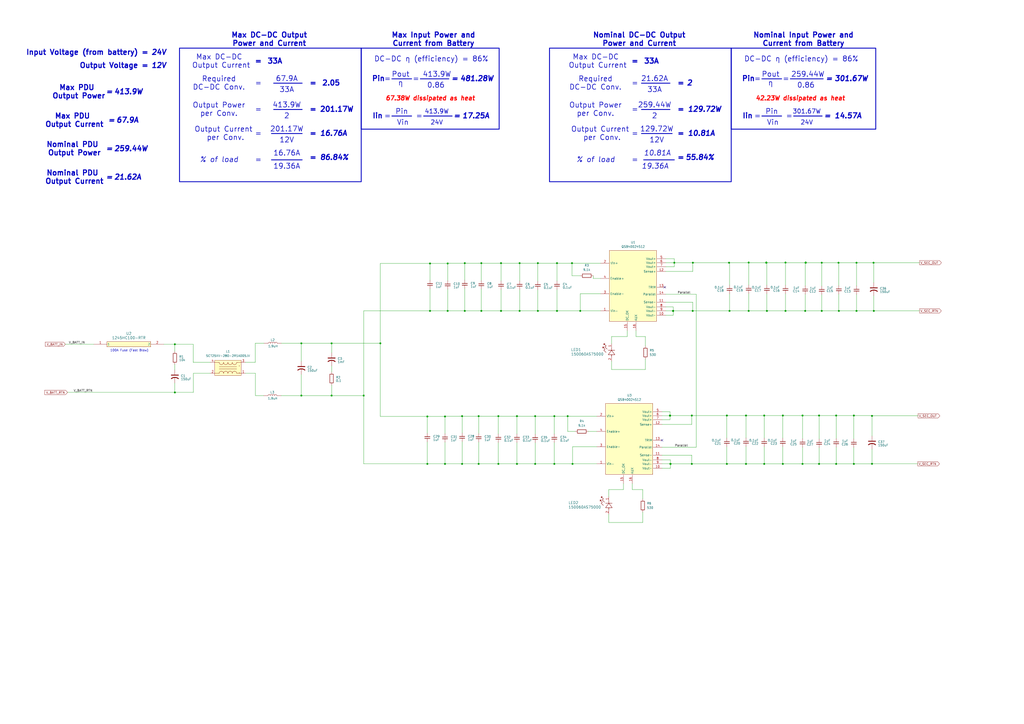
<source format=kicad_sch>
(kicad_sch (version 20250114) (generator "eeschema") (generator_version "9.0")
  (paper "A2")
  (lib_symbols
    (symbol "Eaton:1245HC100-RTR" (pin_names (offset 0.254))
      (property "Reference" "U" (at 20.32 10.16 0))
      (property "Value" "1245HC100-RTR" (at 20.32 7.62 0))
      (symbol "1245HC100-RTR_0_1"
        (pin unspecified line (at 0 0 0) (length 7.62) (name "1") (number "1"))
        (pin unspecified line (at 40.64 0 180) (length 7.62) (name "2") (number "2"))
      )
    )
    (symbol "KEMET:SCT25XV-280-2R1A005JV"
      (property "Reference" "L" (at 10.16 9.398 0))
      (property "Value" "SCT25XV-280-2R1A005JV" (at 0 0 0))
      (symbol "SCT25XV-280-2R1A005JV_1_1"
        (text "." (at 16.51 4.826 0) (effects (font (size 1.27 1.27))))
        (text "." (at 16.51 0.762 0) (effects (font (size 1.27 1.27))))
        (pin input line (at -0.254 6.35 0) (length 2.54) (name "") (number "4"))
        (pin input line (at -0.254 0 0) (length 2.54) (name "") (number "2"))
        (pin input line (at 20.066 6.35 180) (length 2.54) (name "") (number "3"))
        (pin input line (at 20.066 0 180) (length 2.54) (name "") (number "1"))
      )
    )
    (symbol "Passive_Parts:C" (pin_numbers (hide yes)) (pin_names (offset 0) (hide yes))
      (property "Reference" "C" (at 2.54 5.08 0))
      (symbol "C_1_1"
        (pin passive line (at 0 2.54 0) (length 2.032) (name "~") (number "1"))
        (pin passive line (at 5.08 2.54 180) (length 2.032) (name "~") (number "2"))
      )
    )
    (symbol "Passive_Parts:C_Tantalum" (pin_numbers (hide yes)) (pin_names (offset 0) (hide yes))
      (property "Reference" "C" (at 0 0 0))
      (symbol "C_Tantalum_1_1"
        (pin passive line (at 1.27 2.54 0) (length 2.794) (name "~") (number "1"))
        (pin passive line (at 8.89 2.54 180) (length 3.302) (name "~") (number "2"))
      )
    )
    (symbol "Passive_Parts:L" (pin_numbers (hide yes)) (pin_names (hide yes))
      (property "Reference" "L" (at 5.08 -1.27 0))
      (symbol "L_1_1"
        (pin passive line (at 0 0 0) (length 2.54) (name "1") (number "1"))
        (pin passive line (at 10.16 0 180) (length 2.54) (name "2") (number "2"))
      )
    )
    (symbol "Passive_Parts:R" (pin_numbers (hide yes)) (pin_names (offset 0) (hide yes))
      (property "Reference" "R" (at 2.54 5.08 0))
      (symbol "R_1_1"
        (pin passive line (at -1.27 2.54 0) (length 1.27) (name "~") (number "1"))
        (pin passive line (at 6.35 2.54 180) (length 1.27) (name "~") (number "2"))
      )
    )
    (symbol "QSB40024S12_1"
      (property "Reference" "U" (at 0 0 0))
      (property "Value" "QSB40024S12" (at 0 0 0))
      (symbol "QSB40024S12_1_1_1"
        (pin input line (at -5.08 33.782 0) (length 5.08) (name "Vin+") (number "2"))
        (pin input line (at -5.08 24.892 0) (length 5.08) (name "Enable+") (number "4"))
        (pin input line (at -5.08 16.002 0) (length 5.08) (name "Enable-") (number "3"))
        (pin input line (at -5.08 6.096 0) (length 5.08) (name "Vin-") (number "1"))
        (pin output line (at 10.414 -5.334 90) (length 5.08) (name "DC_OK") (number "15"))
        (pin output line (at 15.494 -5.334 90) (length 5.08) (name "AUX") (number "16"))
        (pin output line (at 32.766 36.322 180) (length 5.08) (name "Vout+") (number "5"))
        (pin output line (at 32.766 34.036 180) (length 5.08) (name "Vout+") (number "6"))
        (pin output line (at 32.766 31.75 180) (length 5.08) (name "Vout+") (number "7"))
        (pin input line (at 32.766 28.956 180) (length 5.08) (name "Sense+") (number "12"))
        (pin output line (at 32.766 19.812 180) (length 5.08) (name "TRIM") (number "13"))
        (pin output line (at 32.766 15.748 180) (length 5.08) (name "Parallel") (number "14"))
        (pin input line (at 32.766 11.176 180) (length 5.08) (name "Sense-") (number "11"))
        (pin output line (at 32.766 8.382 180) (length 5.08) (name "Vout-") (number "8"))
        (pin output line (at 32.766 6.096 180) (length 5.08) (name "Vout-") (number "9"))
        (pin output line (at 32.766 3.556 180) (length 5.08) (name "Vout-") (number "10"))
      )
    )
    (symbol "Wurth Elektronik:150060AS75000" (pin_names (offset 0.254))
      (property "Reference" "LED" (at 5.08 -4.445 0))
      (property "Value" "150060AS75000" (at 5.08 -7.62 0))
      (symbol "150060AS75000_0_1"
        (pin unspecified line (at 0 0 0) (length 2.54) (name "") (number "2"))
        (pin unspecified line (at 10.16 0 180) (length 2.54) (name "") (number "1"))
      )
    )
  )
  (rectangle (start 209.55 27.94) (end 289.56 74.93) (stroke (width 0.5)))
  (rectangle (start 424.18 27.94) (end 508 74.93) (stroke (width 0.5)))
  (rectangle (start 318.77 27.94) (end 424.18 105.41) (stroke (width 0.5)))
  (rectangle (start 104.14 27.94) (end 209.55 105.41) (stroke (width 0.5)))
  (text "Output Current \nper Conv." (at 349.25 77.47 0) (effects (font (size 3 3) (thickness 0.3175))))
  (text "Pin" (at 447.675 64.77 0) (effects (font (size 3 3) (thickness 0.3175))))
  (text "42.23W dissipated as heat" (at 438.15 57.15 0) (effects (font (size 2.54 2.54) (thickness 0.508) (bold yes) (italic yes)) (justify left)))
  (text "413.9W" (at 253.365 64.77 0) (effects (font (size 2.54 2.54) (thickness 0.3175))))
  (text "% of load" (at 356.87 92.71 0) (effects (font (size 3 3) (thickness 0.3175) (italic yes)) (justify right)))
  (text "33A" (at 166.37 52.07 0) (effects (font (size 3 3) (thickness 0.3175))))
  (text "413.9W" (at 245.11 43.18 0) (effects (font (size 3 3) (thickness 0.3175)) (justify left)))
  (text "67.38W dissipated as heat" (at 223.52 57.15 0) (effects (font (size 2.54 2.54) (thickness 0.508) (bold yes) (italic yes)) (justify left)))
  (text "Output Voltage =" (at 86.36 38.1 0) (effects (font (size 3 3) (thickness 0.6) (bold yes)) (justify right)))
  (text "=" (at 181.61 63.5 0) (effects (font (size 3 3) (thickness 0.6) (bold yes))))
  (text "55.84%" (at 397.51 91.44 0) (effects (font (size 3 3) (thickness 0.6) (bold yes) (italic yes)) (justify left)))
  (text "=" (at 368.3 48.26 0) (effects (font (size 3 3) (thickness 0.3175))))
  (text "2" (at 379.73 67.31 0) (effects (font (size 3 3) (thickness 0.3175))))
  (text "Nominal DC-DC Output\nPower and Current" (at 370.84 22.86 0) (effects (font (size 3 3) (thickness 0.6) (bold yes))))
  (text "33A" (at 373.38 35.56 0) (effects (font (size 3 3) (thickness 0.6) (bold yes)) (justify left)))
  (text "129.72W" (at 381 74.93 0) (effects (font (size 3 3) (thickness 0.3175))))
  (text "% of load" (at 138.43 92.71 0) (effects (font (size 3 3) (thickness 0.3175) (italic yes)) (justify right)))
  (text "=" (at 262.89 67.31 0) (effects (font (size 3 3) (thickness 0.6) (bold yes) (italic yes)) (justify left)))
  (text "16.76A" (at 166.37 88.9 0) (effects (font (size 3 3) (thickness 0.3175))))
  (text "Max DC-DC \nOutput Current" (at 128.27 35.56 0) (effects (font (size 3 3) (thickness 0.3175))))
  (text "Nominal Input Power and\nCurrent from Battery" (at 466.09 22.86 0) (effects (font (size 3 3) (thickness 0.6) (bold yes))))
  (text "301.67W" (at 467.995 64.77 0) (effects (font (size 2.54 2.54) (thickness 0.3175))))
  (text "259.44W" (at 468.63 43.18 0) (effects (font (size 3 3) (thickness 0.3175))))
  (text "Max DC-DC Output\nPower and Current" (at 156.21 22.86 0) (effects (font (size 3 3) (thickness 0.6) (bold yes))))
  (text "21.62A" (at 379.73 45.72 0) (effects (font (size 3 3) (thickness 0.3175))))
  (text "=" (at 439.42 67.31 0) (effects (font (size 3 3) (thickness 0.3175))))
  (text "DC-DC η (efficiency) = 86%" (at 250.19 34.29 0) (effects (font (size 3 3) (thickness 0.3175))))
  (text "2" (at 166.37 67.31 0) (effects (font (size 3 3) (thickness 0.3175))))
  (text "=" (at 181.61 77.47 0) (effects (font (size 3 3) (thickness 0.6) (bold yes))))
  (text "=" (at 261.62 45.72 0) (effects (font (size 3 3) (thickness 0.6) (bold yes) (italic yes)) (justify left)))
  (text "86.84%" (at 185.42 91.44 0) (effects (font (size 3 3) (thickness 0.6) (bold yes) (italic yes)) (justify left)))
  (text "33A" (at 154.94 35.56 0) (effects (font (size 3 3) (thickness 0.6) (bold yes)) (justify left)))
  (text "=" (at 368.3 35.56 0) (effects (font (size 3 3) (thickness 0.6) (bold yes))))
  (text "Pin" (at 438.15 45.72 0) (effects (font (size 3 3) (thickness 0.6) (bold yes)) (justify right)))
  (text "=" (at 394.97 63.5 0) (effects (font (size 3 3) (thickness 0.6) (bold yes))))
  (text "Input Voltage (from battery) =" (at 86.36 30.48 0) (effects (font (size 3 3) (thickness 0.6) (bold yes)) (justify right)))
  (text "=" (at 149.86 48.26 0) (effects (font (size 3 3) (thickness 0.3175))))
  (text "=" (at 394.97 48.26 0) (effects (font (size 3 3) (thickness 0.6) (bold yes))))
  (text "η" (at 232.41 48.26 0) (effects (font (size 3 3) (thickness 0.3175))))
  (text "14.57A" (at 483.87 67.31 0) (effects (font (size 3 3) (thickness 0.6) (bold yes) (italic yes)) (justify left)))
  (text "Pin" (at 223.52 45.72 0) (effects (font (size 3 3) (thickness 0.6) (bold yes)) (justify right)))
  (text "=" (at 64.77 69.85 0) (effects (font (size 3 3) (thickness 0.6) (bold yes) (italic yes))))
  (text "=" (at 63.5 53.34 0) (effects (font (size 3 3) (thickness 0.6) (bold yes) (italic yes))))
  (text "DC-DC η (efficiency) = 86%" (at 464.82 34.29 0) (effects (font (size 3 3) (thickness 0.3175))))
  (text "Pout" (at 447.04 43.18 0) (effects (font (size 3 3) (thickness 0.3175))))
  (text "2.05" (at 186.69 48.26 0) (effects (font (size 3 3) (thickness 0.6) (bold yes)) (justify left)))
  (text "33A" (at 379.73 52.07 0) (effects (font (size 3 3) (thickness 0.3175))))
  (text "129.72W" (at 398.78 63.5 0) (effects (font (size 3 3) (thickness 0.6) (bold yes) (italic yes)) (justify left)))
  (text "10.81A" (at 398.78 77.47 0) (effects (font (size 3 3) (thickness 0.6) (bold yes) (italic yes)) (justify left)))
  (text "12V" (at 87.63 38.1 0) (effects (font (size 3 3) (thickness 0.6) (bold yes) (italic yes)) (justify left)))
  (text "Nominal PDU \nOutput Current" (at 43.18 102.87 0) (effects (font (size 3 3) (thickness 0.6) (bold yes))))
  (text "=" (at 224.79 67.31 0) (effects (font (size 3 3) (thickness 0.3175))))
  (text "=" (at 394.97 77.47 0) (effects (font (size 3 3) (thickness 0.6) (bold yes))))
  (text "Output Power\nper Conv." (at 345.44 63.5 0) (effects (font (size 3 3) (thickness 0.3175))))
  (text "259.44W" (at 379.73 60.96 0) (effects (font (size 3 3) (thickness 0.3175))))
  (text "259.44W" (at 66.04 86.36 0) (effects (font (size 3 3) (thickness 0.6) (bold yes) (italic yes)) (justify left)))
  (text "Output Current \nper Conv." (at 130.81 77.47 0) (effects (font (size 3 3) (thickness 0.3175))))
  (text "0.86" (at 247.65 49.53 0) (effects (font (size 3 3) (thickness 0.3175)) (justify left)))
  (text "Max DC-DC \nOutput Current" (at 346.71 35.56 0) (effects (font (size 3 3) (thickness 0.3175))))
  (text "=" (at 368.3 92.71 0) (effects (font (size 3 3) (thickness 0.3175))))
  (text "Max PDU \nOutput Power" (at 45.72 53.34 0) (effects (font (size 3 3) (thickness 0.6) (bold yes))))
  (text "=" (at 63.5 102.87 0) (effects (font (size 3 3) (thickness 0.6) (bold yes) (italic yes))))
  (text "Output Power\nper Conv." (at 127 63.5 0) (effects (font (size 3 3) (thickness 0.3175))))
  (text "Vin" (at 233.68 71.12 0) (effects (font (size 3 3) (thickness 0.3175))))
  (text "=" (at 455.93 45.72 0) (effects (font (size 3 3) (thickness 0.3175))))
  (text "Nominal PDU \nOutput Power" (at 43.18 86.36 0) (effects (font (size 3 3) (thickness 0.6) (bold yes))))
  (text "12V" (at 381 81.28 0) (effects (font (size 3 3) (thickness 0.3175))))
  (text "24V" (at 87.63 30.48 0) (effects (font (size 3 3) (thickness 0.6) (bold yes) (italic yes)) (justify left)))
  (text "=" (at 149.86 35.56 0) (effects (font (size 3 3) (thickness 0.6) (bold yes))))
  (text "19.36A" (at 166.37 96.52 0) (effects (font (size 3 3) (thickness 0.3175))))
  (text "=" (at 478.79 45.72 0) (effects (font (size 3 3) (thickness 0.6) (bold yes) (italic yes)) (justify left)))
  (text "0.86" (at 462.28 49.53 0) (effects (font (size 3 3) (thickness 0.3175)) (justify left)))
  (text "10.81A" (at 373.38 88.9 0) (effects (font (size 3 3) (thickness 0.3175) (italic yes)) (justify left)))
  (text "=" (at 368.3 77.47 0) (effects (font (size 3 3) (thickness 0.3175))))
  (text "Iin" (at 436.88 67.31 0) (effects (font (size 3 3) (thickness 0.6) (bold yes)) (justify right)))
  (text "24V" (at 253.365 71.12 0) (effects (font (size 2.54 2.54) (thickness 0.3175))))
  (text "Max PDU \nOutput Current" (at 43.18 69.85 0) (effects (font (size 3 3) (thickness 0.6) (bold yes))))
  (text "=" (at 457.835 67.31 0) (effects (font (size 3 3) (thickness 0.3175))))
  (text "Iin" (at 222.25 67.31 0) (effects (font (size 3 3) (thickness 0.6) (bold yes)) (justify right)))
  (text "17.25A" (at 267.97 67.31 0) (effects (font (size 3 3) (thickness 0.6) (bold yes) (italic yes)) (justify left)))
  (text "67.9A" (at 67.31 69.85 0) (effects (font (size 3 3) (thickness 0.6) (bold yes) (italic yes)) (justify left)))
  (text "=" (at 181.61 48.26 0) (effects (font (size 3 3) (thickness 0.6) (bold yes))))
  (text "16.76A" (at 185.42 77.47 0) (effects (font (size 3 3) (thickness 0.6) (bold yes) (italic yes)) (justify left)))
  (text "201.17W" (at 166.37 74.93 0) (effects (font (size 3 3) (thickness 0.3175))))
  (text "=" (at 243.205 67.31 0) (effects (font (size 3 3) (thickness 0.3175))))
  (text "2" (at 400.05 48.26 0) (effects (font (size 3 3) (thickness 0.6) (bold yes) (italic yes))))
  (text "12V" (at 166.37 81.28 0) (effects (font (size 3 3) (thickness 0.3175))))
  (text "=" (at 224.79 45.72 0) (effects (font (size 3 3) (thickness 0.3175))))
  (text "Required\nDC-DC Conv." (at 345.44 48.26 0) (effects (font (size 3 3) (thickness 0.3175))))
  (text "=" (at 480.06 67.31 0) (effects (font (size 3 3) (thickness 0.6) (bold yes) (italic yes))))
  (text "=" (at 394.97 91.44 0) (effects (font (size 3 3) (thickness 0.6) (bold yes))))
  (text "η" (at 447.04 48.26 0) (effects (font (size 3 3) (thickness 0.3175))))
  (text "=" (at 149.86 63.5 0) (effects (font (size 3 3) (thickness 0.3175))))
  (text "301.67W" (at 483.87 45.72 0) (effects (font (size 3 3) (thickness 0.6) (bold yes) (italic yes)) (justify left)))
  (text "67.9A" (at 166.37 45.72 0) (effects (font (size 3 3) (thickness 0.3175))))
  (text "=" (at 63.5 86.36 0) (effects (font (size 3 3) (thickness 0.6) (bold yes) (italic yes))))
  (text "413.9W" (at 166.37 60.96 0) (effects (font (size 3 3) (thickness 0.3175))))
  (text "413.9W" (at 66.04 53.34 0) (effects (font (size 3 3) (thickness 0.6) (bold yes) (italic yes)) (justify left)))
  (text "=" (at 368.3 63.5 0) (effects (font (size 3 3) (thickness 0.3175))))
  (text "201.17W" (at 185.42 63.5 0) (effects (font (size 3 3) (thickness 0.6) (bold yes)) (justify left)))
  (text "24V" (at 467.995 71.12 0) (effects (font (size 2.54 2.54) (thickness 0.3175))))
  (text "=" (at 241.3 45.72 0) (effects (font (size 3 3) (thickness 0.3175))))
  (text "19.36A" (at 372.11 96.52 0) (effects (font (size 3 3) (thickness 0.3175) (italic yes)) (justify left)))
  (text "Pout" (at 232.41 43.18 0) (effects (font (size 3 3) (thickness 0.3175))))
  (text "=" (at 181.61 91.44 0) (effects (font (size 3 3) (thickness 0.6) (bold yes))))
  (text "100A Fuse (Fast Blow)" (at 75.0654 203.364 0) (effects (font (size 1.27 1.27))))
  (text "=" (at 439.42 45.72 0) (effects (font (size 3 3) (thickness 0.3175))))
  (text "Required\nDC-DC Conv." (at 127 48.26 0) (effects (font (size 3 3) (thickness 0.3175))))
  (text "Vin" (at 448.31 71.12 0) (effects (font (size 3 3) (thickness 0.3175))))
  (text "21.62A" (at 66.04 102.87 0) (effects (font (size 3 3) (thickness 0.6) (bold yes) (italic yes)) (justify left)))
  (text "=" (at 149.86 77.47 0) (effects (font (size 3 3) (thickness 0.3175))))
  (text "481.28W" (at 266.7 45.72 0) (effects (font (size 3 3) (thickness 0.6) (bold yes) (italic yes)) (justify left)))
  (text "Max Input Power and\nCurrent from Battery" (at 251.46 22.86 0) (effects (font (size 3 3) (thickness 0.6) (bold yes))))
  (text "Pin" (at 233.045 64.77 0) (effects (font (size 3 3) (thickness 0.3175))))
  (text "=" (at 149.86 92.71 0) (effects (font (size 3 3) (thickness 0.3175))))
  (junction (at 467.36 152.2927))
  (junction (at 269.6103 152.654))
  (junction (at 444.5434 152.2927))
  (junction (at 249.4413 180.34))
  (junction (at 268.0606 269.0905))
  (junction (at 101.4344 199.6947))
  (junction (at 311.9976 180.34))
  (junction (at 475.1342 269.0931))
  (junction (at 323.1067 180.34))
  (junction (at 331.8091 152.654))
  (junction (at 475.1342 241.0432))
  (junction (at 299.878 241.4045))
  (junction (at 485.0569 269.0931))
  (junction (at 467.36 152.4))
  (junction (at 444.5 152.4))
  (junction (at 311.9976 152.654))
  (junction (at 401.8276 180.3426))
  (junction (at 174.8088 199.158))
  (junction (at 465.535 241.0432))
  (junction (at 323.1067 152.654))
  (junction (at 332.1178 269.0905))
  (junction (at 299.878 269.0905))
  (junction (at 443.3168 241.0432))
  (junction (at 486.6066 180.3426))
  (junction (at 455.652 180.3426))
  (junction (at 495.3032 269.0931))
  (junction (at 249.4413 152.827))
  (junction (at 279.2095 180.34))
  (junction (at 259.6876 180.34))
  (junction (at 465.535 269.0931))
  (junction (at 485.0569 241.0432))
  (junction (at 455.652 152.2927))
  (junction (at 496.8529 152.4))
  (junction (at 443.3168 269.0931))
  (junction (at 388.9226 269.0905))
  (junction (at 277.6598 241.4045))
  (junction (at 421.6378 269.0931))
  (junction (at 434.2966 180.3426))
  (junction (at 268.0606 241.4045))
  (junction (at 388.6696 241.0432))
  (junction (at 401.9235 152.4))
  (junction (at 174.8088 229.4654))
  (junction (at 476.6839 180.3426))
  (junction (at 277.6598 269.0905))
  (junction (at 401.3033 241.0432))
  (junction (at 310.4479 269.0905))
  (junction (at 432.7469 241.0432))
  (junction (at 258.1379 269.0905))
  (junction (at 289.0925 241.4045))
  (junction (at 321.557 241.4045))
  (junction (at 321.557 269.0905))
  (junction (at 454.1023 241.0432))
  (junction (at 310.4479 241.4045))
  (junction (at 290.6422 152.654))
  (junction (at 220.6329 199.158))
  (junction (at 390.4723 180.3426))
  (junction (at 336.5906 180.34))
  (junction (at 301.4277 152.654))
  (junction (at 301.4277 180.34))
  (junction (at 467.0847 180.3426))
  (junction (at 434.2966 152.2927))
  (junction (at 279.2095 152.654))
  (junction (at 506.73 152.4))
  (junction (at 388.9226 269.0931))
  (junction (at 259.6876 152.827))
  (junction (at 290.6422 180.34))
  (junction (at 422.91 152.4))
  (junction (at 454.1023 269.0931))
  (junction (at 101.4344 227.6347))
  (junction (at 192.3593 229.4654))
  (junction (at 506.8888 180.34))
  (junction (at 210.9743 229.4654))
  (junction (at 391.16 152.4))
  (junction (at 467.3627 152.4))
  (junction (at 444.8665 180.3426))
  (junction (at 432.7469 269.0931))
  (junction (at 269.6103 180.34))
  (junction (at 486.41 152.4))
  (junction (at 390.4723 180.34))
  (junction (at 289.0925 269.0905))
  (junction (at 329.3034 241.4045))
  (junction (at 476.6839 152.4))
  (junction (at 495.3032 241.0432))
  (junction (at 388.6696 241.1505))
  (junction (at 247.8916 241.5775))
  (junction (at 192.3593 199.158))
  (junction (at 444.5434 152.4))
  (junction (at 401.3033 269.0931))
  (junction (at 505.8372 269.0507))
  (junction (at 421.6378 241.0432))
  (junction (at 423.1875 180.3426))
  (junction (at 505.8372 241.2301))
  (junction (at 258.1379 241.5775))
  (junction (at 496.8529 180.3426))
  (junction (at 247.8916 269.0905))
  (no_connect (at 385.572 166.624))
  (no_connect (at 384.0223 255.3745))
  (wire (pts (xy 434.2966 180.3426) (xy 434.2966 170.3333)))
  (wire (pts (xy 467.3627 152.2927) (xy 467.36 152.2927)))
  (wire (pts (xy 112.0404 210.2241) (xy 122.0713 210.2241)))
  (wire (pts (xy 299.878 241.4045) (xy 299.878 251.7051)))
  (wire (pts (xy 323.1067 152.654) (xy 323.1067 162.9546)))
  (wire (pts (xy 486.41 152.4) (xy 486.41 152.2927)))
  (wire (pts (xy 505.8372 241.2301) (xy 532.5072 241.2301)))
  (polyline (pts (xy 458.47 45.72) (xy 477.52 45.72)) (stroke (width 0.5)))
  (wire (pts (xy 148.0792 199.158) (xy 153.1269 199.158)))
  (wire (pts (xy 422.91 152.4) (xy 434.0191 152.4)))
  (wire (pts (xy 455.93 152.4) (xy 467.36 152.4)))
  (wire (pts (xy 486.6066 180.3426) (xy 496.8529 180.3426)))
  (wire (pts (xy 506.8888 180.3426) (xy 496.8529 180.3426)))
  (wire (pts (xy 455.652 152.2927) (xy 455.652 165.3612)))
  (wire (pts (xy 259.6876 152.654) (xy 269.6103 152.654)))
  (wire (pts (xy 247.8916 241.5775) (xy 247.8916 251.2737)))
  (wire (pts (xy 384.0223 241.1505) (xy 388.6696 241.1505)))
  (wire (pts (xy 148.1871 229.4654) (xy 152.9327 229.4654)))
  (wire (pts (xy 485.0569 241.0432) (xy 485.0569 254.3274)))
  (wire (pts (xy 455.2855 152.2927) (xy 455.652 152.2927)))
  (wire (pts (xy 290.6422 152.654) (xy 301.4277 152.654)))
  (wire (pts (xy 279.2095 180.34) (xy 279.2095 167.711)))
  (wire (pts (xy 384.0223 264.0105) (xy 401.3033 264.0105)))
  (wire (pts (xy 443.3168 241.0432) (xy 454.1023 241.0432)))
  (wire (pts (xy 391.16 150.114) (xy 386.207 150.114)))
  (wire (pts (xy 95.063 199.6947) (xy 101.4344 199.6947)))
  (wire (pts (xy 390.4723 180.3426) (xy 401.8276 180.3426)))
  (wire (pts (xy 505.8372 260.5257) (xy 505.8372 269.0507)))
  (wire (pts (xy 336.5906 170.434) (xy 336.5906 180.34)))
  (wire (pts (xy 505.8372 252.9057) (xy 505.8372 241.2301)))
  (wire (pts (xy 268.0606 241.4045) (xy 268.0606 251.1658)))
  (wire (pts (xy 323.1067 180.34) (xy 323.1067 168.0346)))
  (wire (pts (xy 390.4723 180.3426) (xy 390.4723 182.88)))
  (wire (pts (xy 476.6839 180.3426) (xy 476.6839 170.9805)))
  (wire (pts (xy 467.36 152.4) (xy 467.36 152.2927)))
  (wire (pts (xy 163.2869 199.158) (xy 174.8088 199.158)))
  (wire (pts (xy 475.1342 269.0931) (xy 475.1342 259.731)))
  (wire (pts (xy 454.1023 269.0931) (xy 454.1023 259.1917)))
  (wire (pts (xy 384.0223 259.4385) (xy 403.86 259.4385)))
  (wire (pts (xy 142.3913 210.2241) (xy 148.0792 210.2241)))
  (wire (pts (xy 101.4344 199.6947) (xy 101.4344 203.7389)))
  (wire (pts (xy 434.0191 152.4) (xy 434.0191 152.2927)))
  (wire (pts (xy 323.1067 152.654) (xy 331.8091 152.654)))
  (wire (pts (xy 401.9235 157.48) (xy 401.9235 152.4)))
  (wire (pts (xy 321.557 269.0905) (xy 310.4479 269.0905)))
  (wire (pts (xy 374.4076 195.2183) (xy 374.4076 200.683)))
  (polyline (pts (xy 227.33 67.31) (xy 238.76 67.31)) (stroke (width 0.5)))
  (wire (pts (xy 467.0847 180.3426) (xy 476.6839 180.3426)))
  (wire (pts (xy 374.4076 208.303) (xy 374.4076 214.3447)))
  (wire (pts (xy 258.1379 269.0905) (xy 247.8916 269.0905)))
  (wire (pts (xy 258.1379 241.4045) (xy 258.1379 241.5775)))
  (wire (pts (xy 290.6422 180.34) (xy 301.4277 180.34)))
  (wire (pts (xy 390.4723 180.34) (xy 390.4723 180.3426)))
  (wire (pts (xy 423.1875 180.3426) (xy 434.2966 180.3426)))
  (wire (pts (xy 401.3033 264.0105) (xy 401.3033 269.0931)))
  (wire (pts (xy 101.4344 199.6947) (xy 112.0404 199.6947)))
  (wire (pts (xy 391.16 152.4) (xy 391.16 154.686)))
  (wire (pts (xy 258.1379 269.0905) (xy 258.1379 256.5694)))
  (wire (pts (xy 434.34 152.4) (xy 444.5 152.4)))
  (wire (pts (xy 467.36 152.4) (xy 467.3627 152.4)))
  (wire (pts (xy 465.535 241.0432) (xy 465.535 254.4353)))
  (wire (pts (xy 163.0927 229.4654) (xy 174.8088 229.4654)))
  (wire (pts (xy 332.1178 259.1845) (xy 332.1178 269.0905)))
  (wire (pts (xy 422.91 152.2927) (xy 423.1875 152.2927)))
  (wire (pts (xy 332.1178 269.0905) (xy 321.557 269.0905)))
  (wire (pts (xy 486.41 152.4) (xy 496.8529 152.4)))
  (wire (pts (xy 505.8372 269.0931) (xy 495.3032 269.0931)))
  (wire (pts (xy 277.6598 269.0905) (xy 277.6598 256.4615)))
  (wire (pts (xy 354.7419 214.3447) (xy 354.7419 209.5391)))
  (wire (pts (xy 506.73 152.2927) (xy 506.8888 152.2927)))
  (wire (pts (xy 301.4277 180.34) (xy 301.4277 168.0346)))
  (wire (pts (xy 368.935 191.77) (xy 368.935 195.2183)))
  (polyline (pts (xy 227.33 45.72) (xy 238.76 45.72)) (stroke (width 0.5)))
  (wire (pts (xy 422.91 152.4) (xy 422.91 152.2927)))
  (wire (pts (xy 386.207 175.26) (xy 401.8276 175.26)))
  (wire (pts (xy 388.9226 271.6305) (xy 384.0223 271.6305)))
  (wire (pts (xy 174.8088 229.4654) (xy 174.8088 217.2217)))
  (wire (pts (xy 506.8888 163.9249) (xy 506.8888 152.2927)))
  (wire (pts (xy 401.3033 241.0432) (xy 421.6378 241.0432)))
  (wire (pts (xy 101.4344 211.3589) (xy 101.4344 214.5661)))
  (wire (pts (xy 443.3168 269.0931) (xy 443.3168 259.1917)))
  (polyline (pts (xy 460.375 67.31) (xy 476.885 67.31)) (stroke (width 0.5)))
  (wire (pts (xy 277.6598 269.0905) (xy 289.0925 269.0905)))
  (wire (pts (xy 258.1379 241.5775) (xy 247.8916 241.5775)))
  (wire (pts (xy 372.8579 297.0535) (xy 372.8579 303.0952)))
  (wire (pts (xy 432.7469 241.0432) (xy 443.3168 241.0432)))
  (wire (pts (xy 289.0925 241.4045) (xy 299.878 241.4045)))
  (wire (pts (xy 465.535 269.0931) (xy 475.1342 269.0931)))
  (wire (pts (xy 475.1342 241.0432) (xy 475.1342 254.651)))
  (wire (pts (xy 486.6066 180.3426) (xy 486.6066 170.6569)))
  (wire (pts (xy 39.183 227.6347) (xy 101.4344 227.6347)))
  (wire (pts (xy 495.3032 241.0432) (xy 495.3032 254.5431)))
  (wire (pts (xy 101.4344 227.6347) (xy 112.2055 227.6347)))
  (wire (pts (xy 353.1922 303.0952) (xy 353.1922 298.2896)))
  (wire (pts (xy 336.55 159.9564) (xy 331.8091 159.9564)))
  (wire (pts (xy 259.6876 152.827) (xy 249.4413 152.827)))
  (wire (pts (xy 505.8372 241.0432) (xy 495.3032 241.0432)))
  (wire (pts (xy 455.2855 152.4) (xy 455.2855 152.2927)))
  (polyline (pts (xy 158.75 48.26) (xy 175.26 48.26)) (stroke (width 0.5)))
  (wire (pts (xy 486.41 152.2927) (xy 486.6066 152.2927)))
  (wire (pts (xy 496.8529 152.4) (xy 506.73 152.4)))
  (wire (pts (xy 277.6598 241.4045) (xy 277.6598 251.3815)))
  (wire (pts (xy 496.8529 152.4) (xy 496.8529 165.7926)))
  (wire (pts (xy 467.0847 180.3426) (xy 467.0847 170.7648)))
  (wire (pts (xy 354.7419 199.3791) (xy 354.7419 195.2183)))
  (wire (pts (xy 210.9743 229.4654) (xy 210.9743 180.34)))
  (polyline (pts (xy 372.11 63.5) (xy 388.62 63.5)) (stroke (width 0.5)))
  (wire (pts (xy 258.1379 241.4045) (xy 268.0606 241.4045)))
  (wire (pts (xy 444.5 152.4) (xy 444.5 152.2927)))
  (wire (pts (xy 434.34 152.4) (xy 434.34 152.2927)))
  (wire (pts (xy 476.6839 152.4) (xy 486.41 152.4)))
  (wire (pts (xy 505.8372 241.2301) (xy 505.8372 241.0432)))
  (wire (pts (xy 269.6103 152.654) (xy 269.6103 162.4153)))
  (wire (pts (xy 403.86 259.4385) (xy 403.86 170.688)))
  (polyline (pts (xy 157.48 92.71) (xy 175.26 92.71)) (stroke (width 0.5)))
  (wire (pts (xy 269.6103 152.654) (xy 279.2095 152.654)))
  (wire (pts (xy 344.17 161.544) (xy 344.17 159.9564)))
  (wire (pts (xy 495.3032 269.0931) (xy 495.3032 259.6231)))
  (wire (pts (xy 386.207 154.686) (xy 391.16 154.686)))
  (wire (pts (xy 372.8579 303.0952) (xy 353.1922 303.0952)))
  (wire (pts (xy 310.4479 241.4045) (xy 321.557 241.4045)))
  (wire (pts (xy 321.557 241.4045) (xy 329.3034 241.4045)))
  (wire (pts (xy 434.34 152.2927) (xy 434.2966 152.2927)))
  (wire (pts (xy 220.6329 199.158) (xy 220.6329 241.5775)))
  (wire (pts (xy 148.1871 216.5741) (xy 148.1871 229.4654)))
  (wire (pts (xy 384.0223 238.8645) (xy 388.6696 238.8645)))
  (wire (pts (xy 279.2095 152.654) (xy 279.2095 162.631)))
  (polyline (pts (xy 441.96 45.72) (xy 453.39 45.72)) (stroke (width 0.5)))
  (wire (pts (xy 401.8276 180.3426) (xy 423.1875 180.3426)))
  (wire (pts (xy 401.8276 175.26) (xy 401.8276 180.3426)))
  (wire (pts (xy 112.2055 227.6347) (xy 112.2055 216.5741)))
  (wire (pts (xy 354.7419 195.2183) (xy 363.855 195.2183)))
  (wire (pts (xy 37.913 199.6947) (xy 54.423 199.6947)))
  (wire (pts (xy 210.9743 180.34) (xy 249.4413 180.34)))
  (wire (pts (xy 258.1379 269.0905) (xy 268.0606 269.0905)))
  (wire (pts (xy 386.207 157.48) (xy 401.9235 157.48)))
  (wire (pts (xy 353.1922 283.9688) (xy 361.6703 283.9688)))
  (wire (pts (xy 455.93 152.4) (xy 455.93 152.2927)))
  (wire (pts (xy 432.7469 269.0931) (xy 443.3168 269.0931)))
  (wire (pts (xy 496.8529 180.3426) (xy 496.8529 170.8726)))
  (wire (pts (xy 434.0191 152.2927) (xy 434.2966 152.2927)))
  (wire (pts (xy 423.1875 152.2927) (xy 423.1875 165.3612)))
  (wire (pts (xy 321.557 241.4045) (xy 321.557 251.7051)))
  (wire (pts (xy 384.0223 269.0905) (xy 388.9226 269.0905)))
  (wire (pts (xy 374.4076 214.3447) (xy 354.7419 214.3447)))
  (wire (pts (xy 329.3034 250.2945) (xy 329.3034 241.4045)))
  (wire (pts (xy 505.8372 269.0507) (xy 532.3484 269.0507)))
  (polyline (pts (xy 158.75 63.5) (xy 175.26 63.5)) (stroke (width 0.5)))
  (wire (pts (xy 333.6594 250.2945) (xy 329.3034 250.2945)))
  (wire (pts (xy 311.9976 152.654) (xy 323.1067 152.654)))
  (wire (pts (xy 465.535 241.0432) (xy 475.1342 241.0432)))
  (wire (pts (xy 444.5 152.4) (xy 444.5434 152.4)))
  (wire (pts (xy 444.5434 152.4) (xy 444.5434 152.2927)))
  (wire (pts (xy 485.0569 269.0931) (xy 485.0569 259.4074)))
  (wire (pts (xy 259.6876 180.34) (xy 269.6103 180.34)))
  (polyline (pts (xy 441.96 67.31) (xy 453.39 67.31)) (stroke (width 0.5)))
  (wire (pts (xy 454.1023 241.0432) (xy 454.1023 254.1117)))
  (polyline (pts (xy 372.11 77.47) (xy 389.89 77.47)) (stroke (width 0.5)))
  (wire (pts (xy 361.6703 283.9688) (xy 361.6703 280.5205)))
  (wire (pts (xy 421.6378 269.0931) (xy 421.6378 259.1917)))
  (wire (pts (xy 401.3033 246.2305) (xy 401.3033 241.0432)))
  (wire (pts (xy 142.3913 216.5741) (xy 148.1871 216.5741)))
  (wire (pts (xy 220.6329 241.5775) (xy 247.8916 241.5775)))
  (wire (pts (xy 192.3593 229.4654) (xy 174.8088 229.4654)))
  (polyline (pts (xy 243.84 45.72) (xy 260.35 45.72)) (stroke (width 0.5)))
  (wire (pts (xy 444.5434 152.2927) (xy 444.8665 152.2927)))
  (wire (pts (xy 388.6696 238.8645) (xy 388.6696 241.0432)))
  (wire (pts (xy 372.8579 283.9688) (xy 372.8579 289.4335)))
  (polyline (pts (xy 157.48 77.47) (xy 175.26 77.47)) (stroke (width 0.5)))
  (wire (pts (xy 401.9235 152.4) (xy 422.91 152.4)))
  (wire (pts (xy 485.0569 241.0432) (xy 495.3032 241.0432)))
  (wire (pts (xy 346.1763 269.0905) (xy 332.1178 269.0905)))
  (wire (pts (xy 444.8665 180.3426) (xy 444.8665 170.4412)))
  (wire (pts (xy 323.1067 180.34) (xy 336.5906 180.34)))
  (wire (pts (xy 348.361 161.544) (xy 344.17 161.544)))
  (wire (pts (xy 454.1023 269.0931) (xy 465.535 269.0931)))
  (wire (pts (xy 112.0404 199.6947) (xy 112.0404 210.2241)))
  (wire (pts (xy 421.6378 241.0432) (xy 432.7469 241.0432)))
  (polyline (pts (xy 372.11 48.26) (xy 388.62 48.26)) (stroke (width 0.5)))
  (wire (pts (xy 388.6696 241.1505) (xy 388.6696 243.4365)))
  (wire (pts (xy 465.535 269.0931) (xy 465.535 259.5153)))
  (wire (pts (xy 390.4723 178.054) (xy 390.4723 180.34)))
  (wire (pts (xy 310.4479 241.4045) (xy 310.4479 251.813)))
  (wire (pts (xy 386.207 170.688) (xy 403.86 170.688)))
  (wire (pts (xy 289.0925 241.4045) (xy 289.0925 251.7051)))
  (wire (pts (xy 388.9226 269.0931) (xy 401.3033 269.0931)))
  (wire (pts (xy 434.2966 180.3426) (xy 444.8665 180.3426)))
  (wire (pts (xy 112.2055 216.5741) (xy 122.0713 216.5741)))
  (wire (pts (xy 467.3627 152.4) (xy 476.6839 152.4)))
  (wire (pts (xy 321.557 269.0905) (xy 321.557 256.7851)))
  (wire (pts (xy 268.0606 269.0905) (xy 268.0606 256.2458)))
  (wire (pts (xy 192.3593 204.6344) (xy 192.3593 199.158)))
  (wire (pts (xy 363.855 195.2183) (xy 363.855 191.77)))
  (wire (pts (xy 220.6329 152.827) (xy 249.4413 152.827)))
  (wire (pts (xy 329.3034 241.4045) (xy 346.1763 241.4045)))
  (wire (pts (xy 259.6876 152.654) (xy 259.6876 152.827)))
  (wire (pts (xy 423.1875 180.3426) (xy 423.1875 170.4412)))
  (wire (pts (xy 421.6378 269.0931) (xy 432.7469 269.0931)))
  (wire (pts (xy 331.8091 159.9564) (xy 331.8091 152.654)))
  (wire (pts (xy 148.0792 210.2241) (xy 148.0792 199.158)))
  (wire (pts (xy 268.0606 269.0905) (xy 277.6598 269.0905)))
  (wire (pts (xy 346.1763 259.1845) (xy 332.1178 259.1845)))
  (wire (pts (xy 388.6696 243.4365) (xy 384.0223 243.4365)))
  (wire (pts (xy 384.0223 266.8045) (xy 388.9226 266.8045)))
  (wire (pts (xy 444.5434 152.4) (xy 455.2855 152.4)))
  (wire (pts (xy 434.2966 152.2927) (xy 434.2966 165.2533)))
  (wire (pts (xy 299.878 269.0905) (xy 310.4479 269.0905)))
  (wire (pts (xy 310.4479 269.0905) (xy 310.4479 256.893)))
  (wire (pts (xy 388.9226 269.0931) (xy 388.9226 271.6305)))
  (wire (pts (xy 366.7503 280.5205) (xy 366.7503 283.9688)))
  (wire (pts (xy 443.3168 241.0432) (xy 443.3168 254.1117)))
  (wire (pts (xy 467.0847 152.2927) (xy 467.0847 165.6848)))
  (wire (pts (xy 386.207 152.4) (xy 391.16 152.4)))
  (wire (pts (xy 386.207 180.34) (xy 390.4723 180.34)))
  (wire (pts (xy 323.1067 180.34) (xy 311.9976 180.34)))
  (wire (pts (xy 279.2095 180.34) (xy 290.6422 180.34)))
  (wire (pts (xy 388.6696 241.0432) (xy 388.6696 241.1505)))
  (wire (pts (xy 331.8091 152.654) (xy 348.361 152.654)))
  (wire (pts (xy 506.73 152.4) (xy 506.73 152.2927)))
  (wire (pts (xy 455.93 152.2927) (xy 455.652 152.2927)))
  (wire (pts (xy 455.652 180.3426) (xy 455.652 170.4412)))
  (wire (pts (xy 348.361 170.434) (xy 336.5906 170.434)))
  (wire (pts (xy 311.9976 152.654) (xy 311.9976 163.0625)))
  (wire (pts (xy 391.16 152.4) (xy 401.9235 152.4)))
  (wire (pts (xy 443.3168 269.0931) (xy 454.1023 269.0931)))
  (wire (pts (xy 401.3033 269.0931) (xy 421.6378 269.0931)))
  (wire (pts (xy 421.6378 241.0432) (xy 421.6378 254.1117)))
  (wire (pts (xy 368.935 195.2183) (xy 374.4076 195.2183)))
  (wire (pts (xy 366.7503 283.9688) (xy 372.8579 283.9688)))
  (wire (pts (xy 384.0223 246.2305) (xy 401.3033 246.2305)))
  (wire (pts (xy 388.9226 269.0905) (xy 388.9226 269.0931)))
  (wire (pts (xy 353.1922 288.1296) (xy 353.1922 283.9688)))
  (wire (pts (xy 258.1379 241.5775) (xy 258.1379 251.4894)))
  (wire (pts (xy 346.1763 250.2945) (xy 341.2794 250.2945)))
  (wire (pts (xy 506.8888 180.34) (xy 533.4 180.34)))
  (wire (pts (xy 249.4413 180.34) (xy 249.4413 167.6032)))
  (wire (pts (xy 485.0569 269.0931) (xy 495.3032 269.0931)))
  (wire (pts (xy 301.4277 180.34) (xy 311.9976 180.34)))
  (wire (pts (xy 386.207 178.054) (xy 390.4723 178.054)))
  (wire (pts (xy 174.8088 199.158) (xy 192.3593 199.158)))
  (wire (pts (xy 301.4277 152.654) (xy 311.9976 152.654)))
  (wire (pts (xy 299.878 269.0905) (xy 299.878 256.7851)))
  (wire (pts (xy 299.878 241.4045) (xy 310.4479 241.4045)))
  (wire (pts (xy 301.4277 152.654) (xy 301.4277 162.9546)))
  (wire (pts (xy 289.0925 269.0905) (xy 299.878 269.0905)))
  (wire (pts (xy 390.4723 182.88) (xy 386.207 182.88)))
  (wire (pts (xy 174.8088 199.158) (xy 174.8088 209.6017)))
  (wire (pts (xy 268.0606 241.4045) (xy 277.6598 241.4045)))
  (wire (pts (xy 249.4413 152.827) (xy 249.4413 162.5232)))
  (wire (pts (xy 277.6598 241.4045) (xy 289.0925 241.4045)))
  (wire (pts (xy 432.7469 269.0931) (xy 432.7469 259.0838)))
  (wire (pts (xy 210.9743 229.4654) (xy 210.9743 269.0905)))
  (wire (pts (xy 486.6066 152.2927) (xy 486.6066 165.5769)))
  (wire (pts (xy 476.6839 152.4) (xy 476.6839 165.9005)))
  (wire (pts (xy 210.9743 269.0905) (xy 247.8916 269.0905)))
  (wire (pts (xy 432.7469 241.0432) (xy 432.7469 254.0038)))
  (wire (pts (xy 269.6103 180.34) (xy 279.2095 180.34)))
  (wire (pts (xy 444.8665 152.2927) (xy 444.8665 165.3612)))
  (wire (pts (xy 388.6696 241.0432) (xy 401.3033 241.0432)))
  (wire (pts (xy 259.6876 180.34) (xy 249.4413 180.34)))
  (wire (pts (xy 220.6329 199.158) (xy 220.6329 152.827)))
  (wire (pts (xy 476.6839 180.3426) (xy 486.6066 180.3426)))
  (wire (pts (xy 455.652 180.3426) (xy 467.0847 180.3426)))
  (wire (pts (xy 388.9226 266.8045) (xy 388.9226 269.0905)))
  (wire (pts (xy 506.8888 171.5449) (xy 506.8888 180.34)))
  (wire (pts (xy 289.0925 269.0905) (xy 289.0925 256.7851)))
  (wire (pts (xy 506.8888 180.34) (xy 506.8888 180.3426)))
  (wire (pts (xy 348.361 180.34) (xy 336.5906 180.34)))
  (wire (pts (xy 192.3593 223.3896) (xy 192.3593 229.4654)))
  (wire (pts (xy 290.6422 180.34) (xy 290.6422 168.0346)))
  (wire (pts (xy 444.5 152.2927) (xy 444.5434 152.2927)))
  (wire (pts (xy 391.16 152.4) (xy 391.16 150.114)))
  (polyline (pts (xy 245.745 67.31) (xy 262.255 67.31)) (stroke (width 0.5)))
  (wire (pts (xy 259.6876 180.34) (xy 259.6876 167.8189)))
  (wire (pts (xy 192.3593 212.2544) (xy 192.3593 215.7696)))
  (wire (pts (xy 467.36 152.2927) (xy 467.0847 152.2927)))
  (wire (pts (xy 505.8372 269.0507) (xy 505.8372 269.0931)))
  (wire (pts (xy 279.2095 152.654) (xy 290.6422 152.654)))
  (wire (pts (xy 269.6103 180.34) (xy 269.6103 167.4953)))
  (wire (pts (xy 475.1342 269.0931) (xy 485.0569 269.0931)))
  (polyline (pts (xy 373.38 92.71) (xy 391.16 92.71)) (stroke (width 0.5)))
  (wire (pts (xy 311.9976 180.34) (xy 311.9976 168.1425)))
  (wire (pts (xy 259.6876 152.827) (xy 259.6876 162.7389)))
  (wire (pts (xy 101.4344 227.6347) (xy 101.4344 222.1861)))
  (wire (pts (xy 444.8665 180.3426) (xy 455.652 180.3426)))
  (wire (pts (xy 454.1023 241.0432) (xy 465.535 241.0432)))
  (wire (pts (xy 290.6422 152.654) (xy 290.6422 162.9546)))
  (wire (pts (xy 192.3593 199.158) (xy 220.6329 199.158)))
  (wire (pts (xy 467.3627 152.4) (xy 467.3627 152.2927)))
  (wire (pts (xy 506.73 152.4) (xy 533.4 152.4)))
  (wire (pts (xy 475.1342 241.0432) (xy 485.0569 241.0432)))
  (wire (pts (xy 247.8916 269.0905) (xy 247.8916 256.3537)))
  (wire (pts (xy 192.3593 229.4654) (xy 210.9743 229.4654)))
  (label "V_BATT_RTN" (at 42.6344 227.6347 0))
  (label "Parallel" (at 391.4283 259.4385 0))
  (label "Parallel" (at 392.978 170.688 0))
  (label "V_BATT_IN" (at 39.8625 199.6947 0))
  (global_label "V_BATT_RTN" (shape input) (at 39.183 227.6347 180) (property "Intersheetrefs" "${INTERSHEET_REFS}" (effects (hide yes))))
  (global_label "V_SEC_OUT" (shape output) (at 532.5072 241.2301 0) (property "Intersheetrefs" "${INTERSHEET_REFS}" (effects (hide yes))))
  (global_label "V_BATT_IN" (shape input) (at 37.913 199.6947 180) (property "Intersheetrefs" "${INTERSHEET_REFS}" (effects (hide yes))))
  (global_label "V_SEC_OUT" (shape output) (at 533.4 152.4 0) (property "Intersheetrefs" "${INTERSHEET_REFS}" (effects (hide yes))))
  (global_label "V_SEC_RTN" (shape output) (at 533.4 180.34 0) (property "Intersheetrefs" "${INTERSHEET_REFS}" (effects (hide yes))))
  (global_label "V_SEC_RTN" (shape output) (at 532.3484 269.0507 0) (property "Intersheetrefs" "${INTERSHEET_REFS}" (effects (hide yes))))
  (symbol (lib_id "Passive_Parts:C") (at 325.6467 168.0346 90) (unit 1)
    (property "Reference" "C4" (at 326.3936 164.8531 90) (effects (justify right)))
    (property "Value" "0.1uF" (at 326.3936 166.7582 90) (effects (justify right)))
    (property "Footprint" "Capacitor_SMD:C_1206_3216Metric" (effects (hide yes)))
    (property "Datasheet" "https://content.kemet.com/datasheets/KEM_C1002_X7R_SMD.pdf" (effects (hide yes)))
    (property "Description" "0.1 µF ±10% 50V Ceramic Capacitor X7R 1206 (3216 Metric)" (effects (hide yes)))
    (property "Manufacturer" "KEMET" (effects (hide yes)))
    (property "Man. Part Num" "C1206C104K5RACTU" (effects (hide yes)))
    (property "Distributor" "Digi-Key" (effects (hide yes)))
    (property "Dist. Part Num" "399-C1206C104K5RACTUCT-ND" (effects (hide yes)))
    (property "Package" "1206 (3216 Metric)" (effects (hide yes)))
    (property "Part Type" "SMD" (effects (hide yes)))
  )
  (symbol (lib_id "Passive_Parts:C_Tantalum") (at 504.3488 162.6549 270) (unit 1)
    (property "Reference" "C36" (at 510.3421 167.3538 90) (effects (justify left)))
    (property "Value" "150uF" (at 510.3421 169.2589 90) (effects (justify left)))
    (property "Footprint" "Capacitor_THT:CP_Axial_L18.0mm_D8.0mm_P25.00mm_Horizontal" (effects (hide yes)))
    (property "Datasheet" "https://www.vishay.com/docs/43000/st.pdf" (effects (hide yes)))
    (property "Description" "150 µF Hermetically Sealed Tantalum Capacitors 60 V Axial, Can 1.1Ohm" (effects (hide yes)))
    (property "Manufacturer" "Vishay Sprague" (effects (hide yes)))
    (property "Man. Part Num" "ST150-60T2KI" (effects (hide yes)))
    (property "Distributor" "Digi-Key" (effects (hide yes)))
    (property "Dist. Part Num" "718-1240-ND" (effects (hide yes)))
    (property "Part Type" "Through Hole" (effects (hide yes)))
    (property "Package" "Axial, Can" (effects (hide yes)))
  )
  (symbol (lib_id "Passive_Parts:C") (at 281.7495 167.711 90) (unit 1)
    (property "Reference" "C8" (at 282.4964 164.5295 90) (effects (justify right)))
    (property "Value" "1uF" (at 282.4964 166.4346 90) (effects (justify right)))
    (property "Footprint" "Capacitor_SMD:C_1206_3216Metric" (effects (hide yes)))
    (property "Datasheet" "https://mm.digikey.com/Volume0/opasdata/d220001/medias/docus/503/CL31B105KBHNNNE_Char.pdf" (effects (hide yes)))
    (property "Description" "1 µF ±10% 50V Ceramic Capacitor X7R 1206 (3216 Metric)" (effects (hide yes)))
    (property "Manufacturer" "Samsung Electro-Mechanics" (effects (hide yes)))
    (property "Man. Part Num" "CL31B105KBHNNNE" (effects (hide yes)))
    (property "Distributor" "Digi-Key" (effects (hide yes)))
    (property "Dist. Part Num" "1276-1068-1-ND" (effects (hide yes)))
    (property "Package" "1206 (3216 Metric)" (effects (hide yes)))
    (property "Part Type" "SMD" (effects (hide yes)))
  )
  (symbol (lib_id "Passive_Parts:C") (at 251.9813 167.6032 90) (unit 1)
    (property "Reference" "C11" (at 252.7282 164.4217 90) (effects (justify right)))
    (property "Value" "1uF" (at 252.7282 166.3268 90) (effects (justify right)))
    (property "Footprint" "Capacitor_SMD:C_1206_3216Metric" (effects (hide yes)))
    (property "Datasheet" "https://mm.digikey.com/Volume0/opasdata/d220001/medias/docus/503/CL31B105KBHNNNE_Char.pdf" (effects (hide yes)))
    (property "Description" "1 µF ±10% 50V Ceramic Capacitor X7R 1206 (3216 Metric)" (effects (hide yes)))
    (property "Manufacturer" "Samsung Electro-Mechanics" (effects (hide yes)))
    (property "Man. Part Num" "CL31B105KBHNNNE" (effects (hide yes)))
    (property "Distributor" "Digi-Key" (effects (hide yes)))
    (property "Dist. Part Num" "1276-1068-1-ND" (effects (hide yes)))
    (property "Package" "1206 (3216 Metric)" (effects (hide yes)))
    (property "Part Type" "SMD" (effects (hide yes)))
  )
  (symbol (lib_id "Passive_Parts:C") (at 440.7768 254.1117 270) (unit 1)
    (property "Reference" "C22" (at 440.0299 257.2932 90) (effects (justify right)))
    (property "Value" "0.1uF" (at 440.0299 255.3881 90) (effects (justify right)))
    (property "Footprint" "Capacitor_SMD:C_1206_3216Metric" (effects (hide yes)))
    (property "Datasheet" "https://content.kemet.com/datasheets/KEM_C1002_X7R_SMD.pdf" (effects (hide yes)))
    (property "Description" "0.1 µF ±10% 50V Ceramic Capacitor X7R 1206 (3216 Metric)" (effects (hide yes)))
    (property "Manufacturer" "KEMET" (effects (hide yes)))
    (property "Man. Part Num" "C1206C104K5RACTU" (effects (hide yes)))
    (property "Distributor" "Digi-Key" (effects (hide yes)))
    (property "Dist. Part Num" "399-C1206C104K5RACTUCT-ND" (effects (hide yes)))
    (property "Package" "1206 (3216 Metric)" (effects (hide yes)))
    (property "Part Type" "SMD" (effects (hide yes)))
  )
  (symbol (lib_id "Passive_Parts:C") (at 312.9879 256.893 90) (unit 1)
    (property "Reference" "C35" (at 313.7348 253.7115 90) (effects (justify right)))
    (property "Value" "0.1uF" (at 313.7348 255.6166 90) (effects (justify right)))
    (property "Footprint" "Capacitor_SMD:C_1206_3216Metric" (effects (hide yes)))
    (property "Datasheet" "https://content.kemet.com/datasheets/KEM_C1002_X7R_SMD.pdf" (effects (hide yes)))
    (property "Description" "0.1 µF ±10% 50V Ceramic Capacitor X7R 1206 (3216 Metric)" (effects (hide yes)))
    (property "Manufacturer" "KEMET" (effects (hide yes)))
    (property "Man. Part Num" "C1206C104K5RACTU" (effects (hide yes)))
    (property "Distributor" "Digi-Key" (effects (hide yes)))
    (property "Dist. Part Num" "399-C1206C104K5RACTUCT-ND" (effects (hide yes)))
    (property "Package" "1206 (3216 Metric)" (effects (hide yes)))
    (property "Part Type" "SMD" (effects (hide yes)))
  )
  (symbol (lib_id "Passive_Parts:C") (at 293.1822 168.0346 90) (unit 1)
    (property "Reference" "C7" (at 293.9291 164.8531 90) (effects (justify right)))
    (property "Value" "0.1uF" (at 293.9291 166.7582 90) (effects (justify right)))
    (property "Footprint" "Capacitor_SMD:C_1206_3216Metric" (effects (hide yes)))
    (property "Datasheet" "https://content.kemet.com/datasheets/KEM_C1002_X7R_SMD.pdf" (effects (hide yes)))
    (property "Description" "0.1 µF ±10% 50V Ceramic Capacitor X7R 1206 (3216 Metric)" (effects (hide yes)))
    (property "Manufacturer" "KEMET" (effects (hide yes)))
    (property "Man. Part Num" "C1206C104K5RACTU" (effects (hide yes)))
    (property "Distributor" "Digi-Key" (effects (hide yes)))
    (property "Dist. Part Num" "399-C1206C104K5RACTUCT-ND" (effects (hide yes)))
    (property "Package" "1206 (3216 Metric)" (effects (hide yes)))
    (property "Part Type" "SMD" (effects (hide yes)))
  )
  (symbol (lib_name "QSB40024S12_1") (lib_id "XP_Power:QSB40024S12") (at 353.441 186.436 0) (unit 1)
    (property "Reference" "U1" (at 367.284 140.5238 0))
    (property "Value" "QSB40024S12" (at 367.284 143.0638 0))
    (property "Footprint" "MSAG_Misc:QSB400" (effects (hide yes)))
    (property "Datasheet" "https://www.xppower.com/portals/0/pdfs/SF_QSB400.pdf" (effects (hide yes)))
    (property "Description" "Isolated Module DC DC Converter 1 Output 12V 33.3A 9V - 36V Input" (effects (hide yes)))
    (property "Manufacturer" "XP Power" (effects (hide yes)))
    (property "Man. Part Num" "QSB40024S12" (effects (hide yes)))
    (property "Distributor" "Digi-Key" (effects (hide yes)))
    (property "Dist. Part Num" "1470-4178-ND" (effects (hide yes)))
    (property "Part Type" "Through Hole" (effects (hide yes)))
  )
  (symbol (lib_id "Passive_Parts:R") (at 189.8193 217.0396 270) (unit 1)
    (property "Reference" "R2" (at 194.8122 218.9445 90) (effects (justify left)))
    (property "Value" "0.1" (at 194.8122 220.8496 90) (effects (justify left)))
    (property "Footprint" "Resistor_SMD:R_1206_3216Metric" (effects (hide yes)))
    (property "Datasheet" "https://www.te.com/usa-en/product-2-2176528-3.datasheet.pdf" (effects (hide yes)))
    (property "Description" "100 mOhms ±1% 0.5W, 1/2W Chip Resistor 1206 (3216 Metric) Automotive AEC-Q200, Current Sense, Moisture Resistant Thick Film" (effects (hide yes)))
    (property "Manufacturer" "Vishay Dale" (effects (hide yes)))
    (property "Man. Part Num" "RCWE1206R100FKEA" (effects (hide yes)))
    (property "Distributor" "Digi-Key" (effects (hide yes)))
    (property "Dist. Part Num" "541-2740-1-ND" (effects (hide yes)))
    (property "Part Type" "SMD" (effects (hide yes)))
    (property "Package" "1206 (3216 Metric)" (effects (hide yes)))
  )
  (symbol (lib_id "Passive_Parts:C") (at 270.6006 256.2458 90) (unit 1)
    (property "Reference" "C28" (at 271.3475 253.0643 90) (effects (justify right)))
    (property "Value" "1uF" (at 271.3475 254.9694 90) (effects (justify right)))
    (property "Footprint" "Capacitor_SMD:C_1206_3216Metric" (effects (hide yes)))
    (property "Datasheet" "https://mm.digikey.com/Volume0/opasdata/d220001/medias/docus/503/CL31B105KBHNNNE_Char.pdf" (effects (hide yes)))
    (property "Description" "1 µF ±10% 50V Ceramic Capacitor X7R 1206 (3216 Metric)" (effects (hide yes)))
    (property "Manufacturer" "Samsung Electro-Mechanics" (effects (hide yes)))
    (property "Man. Part Num" "CL31B105KBHNNNE" (effects (hide yes)))
    (property "Distributor" "Digi-Key" (effects (hide yes)))
    (property "Dist. Part Num" "1276-1068-1-ND" (effects (hide yes)))
    (property "Package" "1206 (3216 Metric)" (effects (hide yes)))
    (property "Part Type" "SMD" (effects (hide yes)))
  )
  (symbol (lib_id "Passive_Parts:C") (at 482.5169 254.3274 270) (unit 1)
    (property "Reference" "C24" (at 481.77 257.5089 90) (effects (justify right)))
    (property "Value" "1uF" (at 481.77 255.6038 90) (effects (justify right)))
    (property "Footprint" "Capacitor_SMD:C_1206_3216Metric" (effects (hide yes)))
    (property "Datasheet" "https://mm.digikey.com/Volume0/opasdata/d220001/medias/docus/503/CL31B105KBHNNNE_Char.pdf" (effects (hide yes)))
    (property "Description" "1 µF ±10% 50V Ceramic Capacitor X7R 1206 (3216 Metric)" (effects (hide yes)))
    (property "Manufacturer" "Samsung Electro-Mechanics" (effects (hide yes)))
    (property "Man. Part Num" "CL31B105KBHNNNE" (effects (hide yes)))
    (property "Distributor" "Digi-Key" (effects (hide yes)))
    (property "Dist. Part Num" "1276-1068-1-ND" (effects (hide yes)))
    (property "Package" "1206 (3216 Metric)" (effects (hide yes)))
    (property "Part Type" "SMD" (effects (hide yes)))
  )
  (symbol (lib_id "KEMET:SCT25XV-280-2R1A005JV") (at 122.3253 216.5741 0) (unit 1)
    (property "Reference" "L1" (at 132.2313 203.8599 0))
    (property "Value" "SCT25XV-280-2R1A005JV" (at 132.2313 206.3999 0))
    (property "Footprint" "Kemet:SCT25XV" (effects (hide yes)))
    (property "Datasheet" "https://content.kemet.com/datasheets/KEM_LF0087_SC25XV.pdf" (effects (hide yes)))
    (property "Description" "200 µH @ 100 kHz 2 Line Common Mode Choke Through Hole 28A DCR 1.39mOhm" (effects (hide yes)))
    (property "Manufacturer" "KEMET" (effects (hide yes)))
    (property "Man. Part Num" "SCT25XV-280-2R1A005JV" (effects (hide yes)))
    (property "Distributor" "Digi-Key" (effects (hide yes)))
    (property "Dist. Part Num" "399-SCT25XV-280-2R1A005JV-ND" (effects (hide yes)))
    (property "Part Type" "Through Hole" (effects (hide yes)))
  )
  (symbol (lib_id "Passive_Parts:C_Tantalum") (at 98.8944 213.2961 270) (unit 1)
    (property "Reference" "C1" (at 104.8877 217.995 90) (effects (justify left)))
    (property "Value" "150uF" (at 104.8877 219.9001 90) (effects (justify left)))
    (property "Footprint" "Capacitor_THT:CP_Axial_L18.0mm_D8.0mm_P25.00mm_Horizontal" (effects (hide yes)))
    (property "Datasheet" "https://www.vishay.com/docs/43000/st.pdf" (effects (hide yes)))
    (property "Description" "150 µF Hermetically Sealed Tantalum Capacitors 60 V Axial, Can 1.1Ohm" (effects (hide yes)))
    (property "Manufacturer" "Vishay Sprague" (effects (hide yes)))
    (property "Man. Part Num" "ST150-60T2KI" (effects (hide yes)))
    (property "Distributor" "Digi-Key" (effects (hide yes)))
    (property "Dist. Part Num" "718-1240-ND" (effects (hide yes)))
    (property "Part Type" "Through Hole" (effects (hide yes)))
    (property "Package" "Axial, Can" (effects (hide yes)))
  )
  (symbol (lib_id "Passive_Parts:C_Tantalum") (at 503.2972 251.6357 270) (unit 1)
    (property "Reference" "C37" (at 509.2905 256.3346 90) (effects (justify left)))
    (property "Value" "150uF" (at 509.2905 258.2397 90) (effects (justify left)))
    (property "Footprint" "Capacitor_THT:CP_Axial_L18.0mm_D8.0mm_P25.00mm_Horizontal" (effects (hide yes)))
    (property "Datasheet" "https://www.vishay.com/docs/43000/st.pdf" (effects (hide yes)))
    (property "Description" "150 µF Hermetically Sealed Tantalum Capacitors 60 V Axial, Can 1.1Ohm" (effects (hide yes)))
    (property "Manufacturer" "Vishay Sprague" (effects (hide yes)))
    (property "Man. Part Num" "ST150-60T2KI" (effects (hide yes)))
    (property "Distributor" "Digi-Key" (effects (hide yes)))
    (property "Dist. Part Num" "718-1240-ND" (effects (hide yes)))
    (property "Part Type" "Through Hole" (effects (hide yes)))
    (property "Package" "Axial, Can" (effects (hide yes)))
  )
  (symbol (lib_id "Passive_Parts:C") (at 462.995 254.4353 270) (unit 1)
    (property "Reference" "C25" (at 462.2481 257.6168 90) (effects (justify right)))
    (property "Value" "1uF" (at 462.2481 255.7117 90) (effects (justify right)))
    (property "Footprint" "Capacitor_SMD:C_1206_3216Metric" (effects (hide yes)))
    (property "Datasheet" "https://mm.digikey.com/Volume0/opasdata/d220001/medias/docus/503/CL31B105KBHNNNE_Char.pdf" (effects (hide yes)))
    (property "Description" "1 µF ±10% 50V Ceramic Capacitor X7R 1206 (3216 Metric)" (effects (hide yes)))
    (property "Manufacturer" "Samsung Electro-Mechanics" (effects (hide yes)))
    (property "Man. Part Num" "CL31B105KBHNNNE" (effects (hide yes)))
    (property "Distributor" "Digi-Key" (effects (hide yes)))
    (property "Dist. Part Num" "1276-1068-1-ND" (effects (hide yes)))
    (property "Package" "1206 (3216 Metric)" (effects (hide yes)))
    (property "Part Type" "SMD" (effects (hide yes)))
  )
  (symbol (lib_id "Passive_Parts:C") (at 303.9677 168.0346 90) (unit 1)
    (property "Reference" "C6" (at 304.7146 164.8531 90) (effects (justify right)))
    (property "Value" "0.1uF" (at 304.7146 166.7582 90) (effects (justify right)))
    (property "Footprint" "Capacitor_SMD:C_1206_3216Metric" (effects (hide yes)))
    (property "Datasheet" "https://content.kemet.com/datasheets/KEM_C1002_X7R_SMD.pdf" (effects (hide yes)))
    (property "Description" "0.1 µF ±10% 50V Ceramic Capacitor X7R 1206 (3216 Metric)" (effects (hide yes)))
    (property "Manufacturer" "KEMET" (effects (hide yes)))
    (property "Man. Part Num" "C1206C104K5RACTU" (effects (hide yes)))
    (property "Distributor" "Digi-Key" (effects (hide yes)))
    (property "Dist. Part Num" "399-C1206C104K5RACTUCT-ND" (effects (hide yes)))
    (property "Package" "1206 (3216 Metric)" (effects (hide yes)))
    (property "Part Type" "SMD" (effects (hide yes)))
  )
  (symbol (lib_id "Passive_Parts:L") (at 152.9327 229.4654 0) (unit 1)
    (property "Reference" "L3" (at 157.9839 227.5181 0))
    (property "Value" "1.9uH" (at 158.1757 231.1132 0))
    (property "Footprint" "CoilCraft:AGM2222-192" (effects (hide yes)))
    (property "Datasheet" "https://www.coilcraft.com/getmedia/d4f4984d-2507-4e11-ae3d-89829a15fb28/agm2222.pdf" (effects (hide yes)))
    (property "Description" "Shielded Power Inductors AGM2222" (effects (hide yes)))
    (property "Manufacturer" "Coil Craft" (effects (hide yes)))
    (property "Man. Part Num" "AGM2222-192ME " (effects (hide yes)))
    (property "Distributor" "Coil Craft" (effects (hide yes)))
    (property "Dist. Part Num" "AGM2222-192ME " (effects (hide yes)))
    (property "Part Type" "SMD" (effects (hide yes)))
  )
  (symbol (lib_id "Passive_Parts:C_Tantalum") (at 172.2688 208.3317 270) (unit 1)
    (property "Reference" "C2" (at 178.2621 213.0306 90) (effects (justify left)))
    (property "Value" "150uF" (at 178.2621 214.9357 90) (effects (justify left)))
    (property "Footprint" "Capacitor_THT:CP_Axial_L18.0mm_D8.0mm_P25.00mm_Horizontal" (effects (hide yes)))
    (property "Datasheet" "https://www.vishay.com/docs/43000/st.pdf" (effects (hide yes)))
    (property "Description" "150 µF Hermetically Sealed Tantalum Capacitors 60 V Axial, Can 1.1Ohm" (effects (hide yes)))
    (property "Manufacturer" "Vishay Sprague" (effects (hide yes)))
    (property "Man. Part Num" "ST150-60T2KI" (effects (hide yes)))
    (property "Distributor" "Digi-Key" (effects (hide yes)))
    (property "Dist. Part Num" "718-1240-ND" (effects (hide yes)))
    (property "Part Type" "Through Hole" (effects (hide yes)))
    (property "Package" "Axial, Can" (effects (hide yes)))
  )
  (symbol (lib_id "Passive_Parts:C") (at 474.1439 165.9005 270) (unit 1)
    (property "Reference" "C12" (at 473.397 169.082 90) (effects (justify right)))
    (property "Value" "1uF" (at 473.397 167.1769 90) (effects (justify right)))
    (property "Footprint" "Capacitor_SMD:C_1206_3216Metric" (effects (hide yes)))
    (property "Datasheet" "https://mm.digikey.com/Volume0/opasdata/d220001/medias/docus/503/CL31B105KBHNNNE_Char.pdf" (effects (hide yes)))
    (property "Description" "1 µF ±10% 50V Ceramic Capacitor X7R 1206 (3216 Metric)" (effects (hide yes)))
    (property "Manufacturer" "Samsung Electro-Mechanics" (effects (hide yes)))
    (property "Man. Part Num" "CL31B105KBHNNNE" (effects (hide yes)))
    (property "Distributor" "Digi-Key" (effects (hide yes)))
    (property "Dist. Part Num" "1276-1068-1-ND" (effects (hide yes)))
    (property "Package" "1206 (3216 Metric)" (effects (hide yes)))
    (property "Part Type" "SMD" (effects (hide yes)))
  )
  (symbol (lib_id "Passive_Parts:R") (at 376.9476 207.033 90) (unit 1)
    (property "Reference" "R5" (at 376.7585 203.2229 90) (effects (justify right)))
    (property "Value" "530" (at 376.7585 205.7629 90) (effects (justify right)))
    (property "Footprint" "Resistor_SMD:R_0805_2012Metric" (effects (hide yes)))
    (property "Datasheet" "https://www.koaspeer.com/pdfs/RN73R.pdf" (effects (hide yes)))
    (property "Description" "530 Ohms ±0.5% 0.125W, 1/8W Chip Resistor 0805 (2012 Metric) Automotive AEC-Q200, Moisture Resistant Thin Film" (effects (hide yes)))
    (property "Manufacturer" "KOA Speer Electronics, Inc." (effects (hide yes)))
    (property "Man. Part Num" "RN73R2ATTD5300D25" (effects (hide yes)))
    (property "Distributor" "Digi-Key" (effects (hide yes)))
    (property "Dist. Part Num" "2019-RN73R2ATTD5300D25CT-ND" (effects (hide yes)))
    (property "Part Type" "SMD" (effects (hide yes)))
    (property "Package" "0805 (2012 Metric)" (effects (hide yes)))
  )
  (symbol (lib_id "Passive_Parts:C") (at 442.3265 165.3612 270) (unit 1)
    (property "Reference" "C17" (at 441.5796 168.5427 90) (effects (justify right)))
    (property "Value" "0.1uF" (at 441.5796 166.6376 90) (effects (justify right)))
    (property "Footprint" "Capacitor_SMD:C_1206_3216Metric" (effects (hide yes)))
    (property "Datasheet" "https://content.kemet.com/datasheets/KEM_C1002_X7R_SMD.pdf" (effects (hide yes)))
    (property "Description" "0.1 µF ±10% 50V Ceramic Capacitor X7R 1206 (3216 Metric)" (effects (hide yes)))
    (property "Manufacturer" "KEMET" (effects (hide yes)))
    (property "Man. Part Num" "C1206C104K5RACTU" (effects (hide yes)))
    (property "Distributor" "Digi-Key" (effects (hide yes)))
    (property "Dist. Part Num" "399-C1206C104K5RACTUCT-ND" (effects (hide yes)))
    (property "Package" "1206 (3216 Metric)" (effects (hide yes)))
    (property "Part Type" "SMD" (effects (hide yes)))
  )
  (symbol (lib_id "Passive_Parts:C") (at 464.5447 165.6848 270) (unit 1)
    (property "Reference" "C14" (at 463.7978 168.8663 90) (effects (justify right)))
    (property "Value" "1uF" (at 463.7978 166.9612 90) (effects (justify right)))
    (property "Footprint" "Capacitor_SMD:C_1206_3216Metric" (effects (hide yes)))
    (property "Datasheet" "https://mm.digikey.com/Volume0/opasdata/d220001/medias/docus/503/CL31B105KBHNNNE_Char.pdf" (effects (hide yes)))
    (property "Description" "1 µF ±10% 50V Ceramic Capacitor X7R 1206 (3216 Metric)" (effects (hide yes)))
    (property "Manufacturer" "Samsung Electro-Mechanics" (effects (hide yes)))
    (property "Man. Part Num" "CL31B105KBHNNNE" (effects (hide yes)))
    (property "Distributor" "Digi-Key" (effects (hide yes)))
    (property "Dist. Part Num" "1276-1068-1-ND" (effects (hide yes)))
    (property "Package" "1206 (3216 Metric)" (effects (hide yes)))
    (property "Part Type" "SMD" (effects (hide yes)))
  )
  (symbol (lib_id "Passive_Parts:R") (at 375.3979 295.7835 90) (unit 1)
    (property "Reference" "R6" (at 375.2088 291.9734 90) (effects (justify right)))
    (property "Value" "530" (at 375.2088 294.5134 90) (effects (justify right)))
    (property "Footprint" "Resistor_SMD:R_0805_2012Metric" (effects (hide yes)))
    (property "Datasheet" "https://www.koaspeer.com/pdfs/RN73R.pdf" (effects (hide yes)))
    (property "Description" "530 Ohms ±0.5% 0.125W, 1/8W Chip Resistor 0805 (2012 Metric) Automotive AEC-Q200, Moisture Resistant Thin Film" (effects (hide yes)))
    (property "Manufacturer" "KOA Speer Electronics, Inc." (effects (hide yes)))
    (property "Man. Part Num" "RN73R2ATTD5300D25" (effects (hide yes)))
    (property "Distributor" "Digi-Key" (effects (hide yes)))
    (property "Dist. Part Num" "2019-RN73R2ATTD5300D25CT-ND" (effects (hide yes)))
    (property "Part Type" "SMD" (effects (hide yes)))
    (property "Package" "0805 (2012 Metric)" (effects (hide yes)))
  )
  (symbol (lib_id "Passive_Parts:C") (at 419.0978 254.1117 270) (unit 1)
    (property "Reference" "C21" (at 418.3509 257.2932 90) (effects (justify right)))
    (property "Value" "0.1uF" (at 418.3509 255.3881 90) (effects (justify right)))
    (property "Footprint" "Capacitor_SMD:C_1206_3216Metric" (effects (hide yes)))
    (property "Datasheet" "https://content.kemet.com/datasheets/KEM_C1002_X7R_SMD.pdf" (effects (hide yes)))
    (property "Description" "0.1 µF ±10% 50V Ceramic Capacitor X7R 1206 (3216 Metric)" (effects (hide yes)))
    (property "Manufacturer" "KEMET" (effects (hide yes)))
    (property "Man. Part Num" "C1206C104K5RACTU" (effects (hide yes)))
    (property "Distributor" "Digi-Key" (effects (hide yes)))
    (property "Dist. Part Num" "399-C1206C104K5RACTUCT-ND" (effects (hide yes)))
    (property "Package" "1206 (3216 Metric)" (effects (hide yes)))
    (property "Part Type" "SMD" (effects (hide yes)))
  )
  (symbol (lib_id "Passive_Parts:R") (at 98.8944 205.0089 270) (unit 1)
    (property "Reference" "R1" (at 103.8873 206.9138 90) (effects (justify left)))
    (property "Value" "10k" (at 103.8873 208.8189 90) (effects (justify left)))
    (property "Footprint" "Resistor_SMD:R_1206_3216Metric" (effects (hide yes)))
    (property "Datasheet" "https://www.te.com/usa-en/product-2-2176528-3.datasheet.pdf" (effects (hide yes)))
    (property "Description" "10 kOhms ±1% 2W Chip Resistor 1206 (3216 Metric) Thin Film" (effects (hide yes)))
    (property "Manufacturer" "TE Connectivity Passive Product" (effects (hide yes)))
    (property "Man. Part Num" "3503G2B10KFTD" (effects (hide yes)))
    (property "Distributor" "Digi-Key" (effects (hide yes)))
    (property "Dist. Part Num" "1712-3503G2B10KFTDCT-ND" (effects (hide yes)))
    (property "Part Type" "SMD" (effects (hide yes)))
    (property "Package" "1206 (3216 Metric)" (effects (hide yes)))
  )
  (symbol (lib_id "Passive_Parts:C") (at 250.4316 256.3537 90) (unit 1)
    (property "Reference" "C29" (at 251.1785 253.1722 90) (effects (justify right)))
    (property "Value" "1uF" (at 251.1785 255.0773 90) (effects (justify right)))
    (property "Footprint" "Capacitor_SMD:C_1206_3216Metric" (effects (hide yes)))
    (property "Datasheet" "https://mm.digikey.com/Volume0/opasdata/d220001/medias/docus/503/CL31B105KBHNNNE_Char.pdf" (effects (hide yes)))
    (property "Description" "1 µF ±10% 50V Ceramic Capacitor X7R 1206 (3216 Metric)" (effects (hide yes)))
    (property "Manufacturer" "Samsung Electro-Mechanics" (effects (hide yes)))
    (property "Man. Part Num" "CL31B105KBHNNNE" (effects (hide yes)))
    (property "Distributor" "Digi-Key" (effects (hide yes)))
    (property "Dist. Part Num" "1276-1068-1-ND" (effects (hide yes)))
    (property "Package" "1206 (3216 Metric)" (effects (hide yes)))
    (property "Part Type" "SMD" (effects (hide yes)))
  )
  (symbol (lib_id "Passive_Parts:C") (at 262.2276 167.8189 90) (unit 1)
    (property "Reference" "C10" (at 262.9745 164.6374 90) (effects (justify right)))
    (property "Value" "1uF" (at 262.9745 166.5425 90) (effects (justify right)))
    (property "Footprint" "Capacitor_SMD:C_1206_3216Metric" (effects (hide yes)))
    (property "Datasheet" "https://mm.digikey.com/Volume0/opasdata/d220001/medias/docus/503/CL31B105KBHNNNE_Char.pdf" (effects (hide yes)))
    (property "Description" "1 µF ±10% 50V Ceramic Capacitor X7R 1206 (3216 Metric)" (effects (hide yes)))
    (property "Manufacturer" "Samsung Electro-Mechanics" (effects (hide yes)))
    (property "Man. Part Num" "CL31B105KBHNNNE" (effects (hide yes)))
    (property "Distributor" "Digi-Key" (effects (hide yes)))
    (property "Dist. Part Num" "1276-1068-1-ND" (effects (hide yes)))
    (property "Package" "1206 (3216 Metric)" (effects (hide yes)))
    (property "Part Type" "SMD" (effects (hide yes)))
  )
  (symbol (lib_id "Passive_Parts:C_Tantalum") (at 189.8193 203.3644 270) (unit 1)
    (property "Reference" "C3" (at 195.8126 208.0633 90) (effects (justify left)))
    (property "Value" "1mF" (at 195.8126 209.9684 90) (effects (justify left)))
    (property "Footprint" "Capacitor_THT:CP_Axial_L29.0mm_D10.0mm_P35.00mm_Horizontal" (effects (hide yes)))
    (property "Datasheet" "https://www.vishay.com/docs/40161/t18.pdf" (effects (hide yes)))
    (property "Description" "1000 µF Hermetically Sealed Tantalum Capacitors 75 V Axial, Can 500mOhm" (effects (hide yes)))
    (property "Manufacturer" "Vishay Sprague" (effects (hide yes)))
    (property "Man. Part Num" "T18D108M075EZSS" (effects (hide yes)))
    (property "Distributor" "Digi-Key" (effects (hide yes)))
    (property "Dist. Part Num" "T18D108M075EZSS-ND" (effects (hide yes)))
    (property "Part Type" "Through Hole" (effects (hide yes)))
    (property "Package" "Axial, Can" (effects (hide yes)))
  )
  (symbol (lib_id "Passive_Parts:C") (at 430.2069 254.0038 270) (unit 1)
    (property "Reference" "C20" (at 429.46 257.1853 90) (effects (justify right)))
    (property "Value" "0.1uF" (at 429.46 255.2802 90) (effects (justify right)))
    (property "Footprint" "Capacitor_SMD:C_1206_3216Metric" (effects (hide yes)))
    (property "Datasheet" "https://content.kemet.com/datasheets/KEM_C1002_X7R_SMD.pdf" (effects (hide yes)))
    (property "Description" "0.1 µF ±10% 50V Ceramic Capacitor X7R 1206 (3216 Metric)" (effects (hide yes)))
    (property "Manufacturer" "KEMET" (effects (hide yes)))
    (property "Man. Part Num" "C1206C104K5RACTU" (effects (hide yes)))
    (property "Distributor" "Digi-Key" (effects (hide yes)))
    (property "Dist. Part Num" "399-C1206C104K5RACTUCT-ND" (effects (hide yes)))
    (property "Package" "1206 (3216 Metric)" (effects (hide yes)))
    (property "Part Type" "SMD" (effects (hide yes)))
  )
  (symbol (lib_id "Passive_Parts:C") (at 302.418 256.7851 90) (unit 1)
    (property "Reference" "C33" (at 303.1649 253.6036 90) (effects (justify right)))
    (property "Value" "0.1uF" (at 303.1649 255.5087 90) (effects (justify right)))
    (property "Footprint" "Capacitor_SMD:C_1206_3216Metric" (effects (hide yes)))
    (property "Datasheet" "https://content.kemet.com/datasheets/KEM_C1002_X7R_SMD.pdf" (effects (hide yes)))
    (property "Description" "0.1 µF ±10% 50V Ceramic Capacitor X7R 1206 (3216 Metric)" (effects (hide yes)))
    (property "Manufacturer" "KEMET" (effects (hide yes)))
    (property "Man. Part Num" "C1206C104K5RACTU" (effects (hide yes)))
    (property "Distributor" "Digi-Key" (effects (hide yes)))
    (property "Dist. Part Num" "399-C1206C104K5RACTUCT-ND" (effects (hide yes)))
    (property "Package" "1206 (3216 Metric)" (effects (hide yes)))
    (property "Part Type" "SMD" (effects (hide yes)))
  )
  (symbol (lib_id "Passive_Parts:R") (at 337.82 162.4964 0) (unit 1)
    (property "Reference" "R3" (at 340.36 153.9553 0))
    (property "Value" "9.1k" (at 340.36 156.4953 0))
    (property "Footprint" "Resistor_SMD:R_1206_3216Metric" (effects (hide yes)))
    (property "Datasheet" "https://industrial.panasonic.com/cdbs/www-data/pdf/RDM0000/AOA0000C307.pdf" (effects (hide yes)))
    (property "Description" "9.1 kOhms ±0.1% 0.25W, 1/4W Chip Resistor 1206 (3216 Metric) Automotive AEC-Q200 Thin Film" (effects (hide yes)))
    (property "Manufacturer" "Panasonic Electronic Components" (effects (hide yes)))
    (property "Man. Part Num" "ERA-8AEB912V" (effects (hide yes)))
    (property "Distributor" "Digi-Key" (effects (hide yes)))
    (property "Dist. Part Num" "10-ERA-8AEB912VCT-ND" (effects (hide yes)))
    (property "Part Type" "SMD" (effects (hide yes)))
    (property "Package" "1206 (3216 Metric)" (effects (hide yes)))
  )
  (symbol (lib_id "Passive_Parts:C") (at 472.5942 254.651 270) (unit 1)
    (property "Reference" "C27" (at 471.8473 257.8325 90) (effects (justify right)))
    (property "Value" "1uF" (at 471.8473 255.9274 90) (effects (justify right)))
    (property "Footprint" "Capacitor_SMD:C_1206_3216Metric" (effects (hide yes)))
    (property "Datasheet" "https://mm.digikey.com/Volume0/opasdata/d220001/medias/docus/503/CL31B105KBHNNNE_Char.pdf" (effects (hide yes)))
    (property "Description" "1 µF ±10% 50V Ceramic Capacitor X7R 1206 (3216 Metric)" (effects (hide yes)))
    (property "Manufacturer" "Samsung Electro-Mechanics" (effects (hide yes)))
    (property "Man. Part Num" "CL31B105KBHNNNE" (effects (hide yes)))
    (property "Distributor" "Digi-Key" (effects (hide yes)))
    (property "Dist. Part Num" "1276-1068-1-ND" (effects (hide yes)))
    (property "Package" "1206 (3216 Metric)" (effects (hide yes)))
    (property "Part Type" "SMD" (effects (hide yes)))
  )
  (symbol (lib_id "Passive_Parts:C") (at 272.1503 167.4953 90) (unit 1)
    (property "Reference" "C9" (at 272.8972 164.3138 90) (effects (justify right)))
    (property "Value" "1uF" (at 272.8972 166.2189 90) (effects (justify right)))
    (property "Footprint" "Capacitor_SMD:C_1206_3216Metric" (effects (hide yes)))
    (property "Datasheet" "https://mm.digikey.com/Volume0/opasdata/d220001/medias/docus/503/CL31B105KBHNNNE_Char.pdf" (effects (hide yes)))
    (property "Description" "1 µF ±10% 50V Ceramic Capacitor X7R 1206 (3216 Metric)" (effects (hide yes)))
    (property "Manufacturer" "Samsung Electro-Mechanics" (effects (hide yes)))
    (property "Man. Part Num" "CL31B105KBHNNNE" (effects (hide yes)))
    (property "Distributor" "Digi-Key" (effects (hide yes)))
    (property "Dist. Part Num" "1276-1068-1-ND" (effects (hide yes)))
    (property "Package" "1206 (3216 Metric)" (effects (hide yes)))
    (property "Part Type" "SMD" (effects (hide yes)))
  )
  (symbol (lib_id "Passive_Parts:C") (at 280.1998 256.4615 90) (unit 1)
    (property "Reference" "C30" (at 280.9467 253.28 90) (effects (justify right)))
    (property "Value" "1uF" (at 280.9467 255.1851 90) (effects (justify right)))
    (property "Footprint" "Capacitor_SMD:C_1206_3216Metric" (effects (hide yes)))
    (property "Datasheet" "https://mm.digikey.com/Volume0/opasdata/d220001/medias/docus/503/CL31B105KBHNNNE_Char.pdf" (effects (hide yes)))
    (property "Description" "1 µF ±10% 50V Ceramic Capacitor X7R 1206 (3216 Metric)" (effects (hide yes)))
    (property "Manufacturer" "Samsung Electro-Mechanics" (effects (hide yes)))
    (property "Man. Part Num" "CL31B105KBHNNNE" (effects (hide yes)))
    (property "Distributor" "Digi-Key" (effects (hide yes)))
    (property "Dist. Part Num" "1276-1068-1-ND" (effects (hide yes)))
    (property "Package" "1206 (3216 Metric)" (effects (hide yes)))
    (property "Part Type" "SMD" (effects (hide yes)))
  )
  (symbol (lib_id "Wurth Elektronik:150060AS75000") (at 354.7419 209.5391 90) (unit 1)
    (property "Reference" "LED1" (at 331.2294 202.9006 90) (effects (font (size 1.524 1.524)) (justify right)))
    (property "Value" "150060AS75000" (at 331.2294 205.4406 90) (effects (font (size 1.524 1.524)) (justify right)))
    (property "Footprint" "Wurth_Elektronik:LED_0AS75000_WRE" (effects (hide yes)))
    (property "Datasheet" "https://www.we-online.com/components/products/datasheet/150060AS75000.pdf" (effects (hide yes)))
    (property "Description" "LED AMBER CLEAR 0603 SMD" (effects (hide yes)))
    (property "Package" "0603" (effects (hide yes)))
    (property "Manufacturer" "Würth Elektronik" (effects (hide yes)))
    (property "Man. Part Num" "150060AS75000" (effects (hide yes)))
    (property "Distributor" "Digi-Key" (effects (hide yes)))
    (property "Dist. Part Num" "732-150060AS75000CT-ND" (effects (hide yes)))
    (property "Part Type" "SMD" (effects (hide yes)))
  )
  (symbol (lib_id "Passive_Parts:C") (at 494.3129 165.7926 270) (unit 1)
    (property "Reference" "C13" (at 493.566 168.9741 90) (effects (justify right)))
    (property "Value" "1uF" (at 493.566 167.069 90) (effects (justify right)))
    (property "Footprint" "Capacitor_SMD:C_1206_3216Metric" (effects (hide yes)))
    (property "Datasheet" "https://mm.digikey.com/Volume0/opasdata/d220001/medias/docus/503/CL31B105KBHNNNE_Char.pdf" (effects (hide yes)))
    (property "Description" "1 µF ±10% 50V Ceramic Capacitor X7R 1206 (3216 Metric)" (effects (hide yes)))
    (property "Manufacturer" "Samsung Electro-Mechanics" (effects (hide yes)))
    (property "Man. Part Num" "CL31B105KBHNNNE" (effects (hide yes)))
    (property "Distributor" "Digi-Key" (effects (hide yes)))
    (property "Dist. Part Num" "1276-1068-1-ND" (effects (hide yes)))
    (property "Package" "1206 (3216 Metric)" (effects (hide yes)))
    (property "Part Type" "SMD" (effects (hide yes)))
  )
  (symbol (lib_id "Passive_Parts:C") (at 484.0666 165.5769 270) (unit 1)
    (property "Reference" "C15" (at 483.3197 168.7584 90) (effects (justify right)))
    (property "Value" "1uF" (at 483.3197 166.8533 90) (effects (justify right)))
    (property "Footprint" "Capacitor_SMD:C_1206_3216Metric" (effects (hide yes)))
    (property "Datasheet" "https://mm.digikey.com/Volume0/opasdata/d220001/medias/docus/503/CL31B105KBHNNNE_Char.pdf" (effects (hide yes)))
    (property "Description" "1 µF ±10% 50V Ceramic Capacitor X7R 1206 (3216 Metric)" (effects (hide yes)))
    (property "Manufacturer" "Samsung Electro-Mechanics" (effects (hide yes)))
    (property "Man. Part Num" "CL31B105KBHNNNE" (effects (hide yes)))
    (property "Distributor" "Digi-Key" (effects (hide yes)))
    (property "Dist. Part Num" "1276-1068-1-ND" (effects (hide yes)))
    (property "Package" "1206 (3216 Metric)" (effects (hide yes)))
    (property "Part Type" "SMD" (effects (hide yes)))
  )
  (symbol (lib_id "Passive_Parts:C") (at 492.7632 254.5431 270) (unit 1)
    (property "Reference" "C26" (at 492.0163 257.7246 90) (effects (justify right)))
    (property "Value" "1uF" (at 492.0163 255.8195 90) (effects (justify right)))
    (property "Footprint" "Capacitor_SMD:C_1206_3216Metric" (effects (hide yes)))
    (property "Datasheet" "https://mm.digikey.com/Volume0/opasdata/d220001/medias/docus/503/CL31B105KBHNNNE_Char.pdf" (effects (hide yes)))
    (property "Description" "1 µF ±10% 50V Ceramic Capacitor X7R 1206 (3216 Metric)" (effects (hide yes)))
    (property "Manufacturer" "Samsung Electro-Mechanics" (effects (hide yes)))
    (property "Man. Part Num" "CL31B105KBHNNNE" (effects (hide yes)))
    (property "Distributor" "Digi-Key" (effects (hide yes)))
    (property "Dist. Part Num" "1276-1068-1-ND" (effects (hide yes)))
    (property "Package" "1206 (3216 Metric)" (effects (hide yes)))
    (property "Part Type" "SMD" (effects (hide yes)))
  )
  (symbol (lib_id "Eaton:1245HC100-RTR") (at 54.423 199.6947 0) (unit 1)
    (property "Reference" "U2" (at 74.743 193.4275 0) (effects (font (size 1.524 1.524))))
    (property "Value" "1245HC100-RTR" (at 74.743 195.9675 0) (effects (font (size 1.524 1.524))))
    (property "Footprint" "Eaton:1245HC100-RTR_COB-L" (effects (hide yes)))
    (property "Datasheet" "https://www.eaton.com/content/dam/eaton/products/electronic-components/resources/data-sheet/eaton-1245hc-fast-acting-brick-fuse-data-sheet.pdf" (effects (hide yes)))
    (property "Description" "100 A 125 V 72 V Fuse Board Mount (Cartridge Style Excluded) Surface Mount 2-SMD, Square End Block" (effects (hide yes)))
    (property "Manufacturer" "Eaton - Electronics Division" (effects (hide yes)))
    (property "Man. Part Num" "1245HC100-RTR" (effects (hide yes)))
    (property "Distributor" "Digi-Key" (effects (hide yes)))
    (property "Dist. Part Num" "283-1245HC100-RTRCT-ND" (effects (hide yes)))
    (property "Package" "2-SMD, Square End Block" (effects (hide yes)))
    (property "Part Type" "SMD" (effects (hide yes)))
  )
  (symbol (lib_id "Passive_Parts:C") (at 453.112 165.3612 270) (unit 1)
    (property "Reference" "C16" (at 452.3651 168.5427 90) (effects (justify right)))
    (property "Value" "0.1uF" (at 452.3651 166.6376 90) (effects (justify right)))
    (property "Footprint" "Capacitor_SMD:C_1206_3216Metric" (effects (hide yes)))
    (property "Datasheet" "https://content.kemet.com/datasheets/KEM_C1002_X7R_SMD.pdf" (effects (hide yes)))
    (property "Description" "0.1 µF ±10% 50V Ceramic Capacitor X7R 1206 (3216 Metric)" (effects (hide yes)))
    (property "Manufacturer" "KEMET" (effects (hide yes)))
    (property "Man. Part Num" "C1206C104K5RACTU" (effects (hide yes)))
    (property "Distributor" "Digi-Key" (effects (hide yes)))
    (property "Dist. Part Num" "399-C1206C104K5RACTUCT-ND" (effects (hide yes)))
    (property "Package" "1206 (3216 Metric)" (effects (hide yes)))
    (property "Part Type" "SMD" (effects (hide yes)))
  )
  (symbol (lib_id "Passive_Parts:R") (at 334.9294 252.8345 0) (unit 1)
    (property "Reference" "R4" (at 337.4694 244.2934 0))
    (property "Value" "9.1k" (at 337.4694 246.8334 0))
    (property "Footprint" "Resistor_SMD:R_1206_3216Metric" (effects (hide yes)))
    (property "Datasheet" "https://industrial.panasonic.com/cdbs/www-data/pdf/RDM0000/AOA0000C307.pdf" (effects (hide yes)))
    (property "Description" "9.1 kOhms ±0.1% 0.25W, 1/4W Chip Resistor 1206 (3216 Metric) Automotive AEC-Q200 Thin Film" (effects (hide yes)))
    (property "Manufacturer" "Panasonic Electronic Components" (effects (hide yes)))
    (property "Man. Part Num" "ERA-8AEB912V" (effects (hide yes)))
    (property "Distributor" "Digi-Key" (effects (hide yes)))
    (property "Dist. Part Num" "10-ERA-8AEB912VCT-ND" (effects (hide yes)))
    (property "Part Type" "SMD" (effects (hide yes)))
    (property "Package" "1206 (3216 Metric)" (effects (hide yes)))
  )
  (symbol (lib_id "Wurth Elektronik:150060AS75000") (at 353.1922 298.2896 90) (unit 1)
    (property "Reference" "LED2" (at 329.6797 291.6511 90) (effects (font (size 1.524 1.524)) (justify right)))
    (property "Value" "150060AS75000" (at 329.6797 294.1911 90) (effects (font (size 1.524 1.524)) (justify right)))
    (property "Footprint" "Wurth_Elektronik:LED_0AS75000_WRE" (effects (hide yes)))
    (property "Datasheet" "https://www.we-online.com/components/products/datasheet/150060AS75000.pdf" (effects (hide yes)))
    (property "Description" "LED AMBER CLEAR 0603 SMD" (effects (hide yes)))
    (property "Package" "0603" (effects (hide yes)))
    (property "Manufacturer" "Würth Elektronik" (effects (hide yes)))
    (property "Man. Part Num" "150060AS75000" (effects (hide yes)))
    (property "Distributor" "Digi-Key" (effects (hide yes)))
    (property "Dist. Part Num" "732-150060AS75000CT-ND" (effects (hide yes)))
    (property "Part Type" "SMD" (effects (hide yes)))
  )
  (symbol (lib_id "Passive_Parts:C") (at 451.5623 254.1117 270) (unit 1)
    (property "Reference" "C23" (at 450.8154 257.2932 90) (effects (justify right)))
    (property "Value" "0.1uF" (at 450.8154 255.3881 90) (effects (justify right)))
    (property "Footprint" "Capacitor_SMD:C_1206_3216Metric" (effects (hide yes)))
    (property "Datasheet" "https://content.kemet.com/datasheets/KEM_C1002_X7R_SMD.pdf" (effects (hide yes)))
    (property "Description" "0.1 µF ±10% 50V Ceramic Capacitor X7R 1206 (3216 Metric)" (effects (hide yes)))
    (property "Manufacturer" "KEMET" (effects (hide yes)))
    (property "Man. Part Num" "C1206C104K5RACTU" (effects (hide yes)))
    (property "Distributor" "Digi-Key" (effects (hide yes)))
    (property "Dist. Part Num" "399-C1206C104K5RACTUCT-ND" (effects (hide yes)))
    (property "Package" "1206 (3216 Metric)" (effects (hide yes)))
    (property "Part Type" "SMD" (effects (hide yes)))
  )
  (symbol (lib_id "Passive_Parts:C") (at 431.7566 165.2533 270) (unit 1)
    (property "Reference" "C19" (at 431.0097 168.4348 90) (effects (justify right)))
    (property "Value" "0.1uF" (at 431.0097 166.5297 90) (effects (justify right)))
    (property "Footprint" "Capacitor_SMD:C_1206_3216Metric" (effects (hide yes)))
    (property "Datasheet" "https://content.kemet.com/datasheets/KEM_C1002_X7R_SMD.pdf" (effects (hide yes)))
    (property "Description" "0.1 µF ±10% 50V Ceramic Capacitor X7R 1206 (3216 Metric)" (effects (hide yes)))
    (property "Manufacturer" "KEMET" (effects (hide yes)))
    (property "Man. Part Num" "C1206C104K5RACTU" (effects (hide yes)))
    (property "Distributor" "Digi-Key" (effects (hide yes)))
    (property "Dist. Part Num" "399-C1206C104K5RACTUCT-ND" (effects (hide yes)))
    (property "Package" "1206 (3216 Metric)" (effects (hide yes)))
    (property "Part Type" "SMD" (effects (hide yes)))
  )
  (symbol (lib_id "Passive_Parts:C") (at 260.6779 256.5694 90) (unit 1)
    (property "Reference" "C31" (at 261.4248 253.3879 90) (effects (justify right)))
    (property "Value" "1uF" (at 261.4248 255.293 90) (effects (justify right)))
    (property "Footprint" "Capacitor_SMD:C_1206_3216Metric" (effects (hide yes)))
    (property "Datasheet" "https://mm.digikey.com/Volume0/opasdata/d220001/medias/docus/503/CL31B105KBHNNNE_Char.pdf" (effects (hide yes)))
    (property "Description" "1 µF ±10% 50V Ceramic Capacitor X7R 1206 (3216 Metric)" (effects (hide yes)))
    (property "Manufacturer" "Samsung Electro-Mechanics" (effects (hide yes)))
    (property "Man. Part Num" "CL31B105KBHNNNE" (effects (hide yes)))
    (property "Distributor" "Digi-Key" (effects (hide yes)))
    (property "Dist. Part Num" "1276-1068-1-ND" (effects (hide yes)))
    (property "Package" "1206 (3216 Metric)" (effects (hide yes)))
    (property "Part Type" "SMD" (effects (hide yes)))
  )
  (symbol (lib_id "Passive_Parts:C") (at 314.5376 168.1425 90) (unit 1)
    (property "Reference" "C5" (at 315.2845 164.961 90) (effects (justify right)))
    (property "Value" "0.1uF" (at 315.2845 166.8661 90) (effects (justify right)))
    (property "Footprint" "Capacitor_SMD:C_1206_3216Metric" (effects (hide yes)))
    (property "Datasheet" "https://content.kemet.com/datasheets/KEM_C1002_X7R_SMD.pdf" (effects (hide yes)))
    (property "Description" "0.1 µF ±10% 50V Ceramic Capacitor X7R 1206 (3216 Metric)" (effects (hide yes)))
    (property "Manufacturer" "KEMET" (effects (hide yes)))
    (property "Man. Part Num" "C1206C104K5RACTU" (effects (hide yes)))
    (property "Distributor" "Digi-Key" (effects (hide yes)))
    (property "Dist. Part Num" "399-C1206C104K5RACTUCT-ND" (effects (hide yes)))
    (property "Package" "1206 (3216 Metric)" (effects (hide yes)))
    (property "Part Type" "SMD" (effects (hide yes)))
  )
  (symbol (lib_id "Passive_Parts:C") (at 420.6475 165.3612 270) (unit 1)
    (property "Reference" "C18" (at 419.9006 168.5427 90) (effects (justify right)))
    (property "Value" "0.1uF" (at 419.9006 166.6376 90) (effects (justify right)))
    (property "Footprint" "Capacitor_SMD:C_1206_3216Metric" (effects (hide yes)))
    (property "Datasheet" "https://content.kemet.com/datasheets/KEM_C1002_X7R_SMD.pdf" (effects (hide yes)))
    (property "Description" "0.1 µF ±10% 50V Ceramic Capacitor X7R 1206 (3216 Metric)" (effects (hide yes)))
    (property "Manufacturer" "KEMET" (effects (hide yes)))
    (property "Man. Part Num" "C1206C104K5RACTU" (effects (hide yes)))
    (property "Distributor" "Digi-Key" (effects (hide yes)))
    (property "Dist. Part Num" "399-C1206C104K5RACTUCT-ND" (effects (hide yes)))
    (property "Package" "1206 (3216 Metric)" (effects (hide yes)))
    (property "Part Type" "SMD" (effects (hide yes)))
  )
  (symbol (lib_id "Passive_Parts:C") (at 324.097 256.7851 90) (unit 1)
    (property "Reference" "C34" (at 324.8439 253.6036 90) (effects (justify right)))
    (property "Value" "0.1uF" (at 324.8439 255.5087 90) (effects (justify right)))
    (property "Footprint" "Capacitor_SMD:C_1206_3216Metric" (effects (hide yes)))
    (property "Datasheet" "https://content.kemet.com/datasheets/KEM_C1002_X7R_SMD.pdf" (effects (hide yes)))
    (property "Description" "0.1 µF ±10% 50V Ceramic Capacitor X7R 1206 (3216 Metric)" (effects (hide yes)))
    (property "Manufacturer" "KEMET" (effects (hide yes)))
    (property "Man. Part Num" "C1206C104K5RACTU" (effects (hide yes)))
    (property "Distributor" "Digi-Key" (effects (hide yes)))
    (property "Dist. Part Num" "399-C1206C104K5RACTUCT-ND" (effects (hide yes)))
    (property "Package" "1206 (3216 Metric)" (effects (hide yes)))
    (property "Part Type" "SMD" (effects (hide yes)))
  )
  (symbol (lib_name "QSB40024S12_1") (lib_id "XP_Power:QSB40024S12") (at 351.2563 275.1865 0) (unit 1)
    (property "Reference" "U3" (at 365.0993 229.2743 0))
    (property "Value" "QSB40024S12" (at 365.0993 231.8143 0))
    (property "Footprint" "MSAG_Misc:QSB400" (effects (hide yes)))
    (property "Datasheet" "https://www.xppower.com/portals/0/pdfs/SF_QSB400.pdf" (effects (hide yes)))
    (property "Description" "Isolated Module DC DC Converter 1 Output 12V 33.3A 9V - 36V Input" (effects (hide yes)))
    (property "Manufacturer" "XP Power" (effects (hide yes)))
    (property "Man. Part Num" "QSB40024S12" (effects (hide yes)))
    (property "Distributor" "Digi-Key" (effects (hide yes)))
    (property "Dist. Part Num" "1470-4178-ND" (effects (hide yes)))
    (property "Part Type" "Through Hole" (effects (hide yes)))
  )
  (symbol (lib_id "Passive_Parts:C") (at 291.6325 256.7851 90) (unit 1)
    (property "Reference" "C32" (at 292.3794 253.6036 90) (effects (justify right)))
    (property "Value" "0.1uF" (at 292.3794 255.5087 90) (effects (justify right)))
    (property "Footprint" "Capacitor_SMD:C_1206_3216Metric" (effects (hide yes)))
    (property "Datasheet" "https://content.kemet.com/datasheets/KEM_C1002_X7R_SMD.pdf" (effects (hide yes)))
    (property "Description" "0.1 µF ±10% 50V Ceramic Capacitor X7R 1206 (3216 Metric)" (effects (hide yes)))
    (property "Manufacturer" "KEMET" (effects (hide yes)))
    (property "Man. Part Num" "C1206C104K5RACTU" (effects (hide yes)))
    (property "Distributor" "Digi-Key" (effects (hide yes)))
    (property "Dist. Part Num" "399-C1206C104K5RACTUCT-ND" (effects (hide yes)))
    (property "Package" "1206 (3216 Metric)" (effects (hide yes)))
    (property "Part Type" "SMD" (effects (hide yes)))
  )
  (symbol (lib_id "Passive_Parts:L") (at 153.1269 199.158 0) (unit 1)
    (property "Reference" "L2" (at 158.1781 197.2107 0))
    (property "Value" "1.9uH" (at 158.3699 200.8058 0))
    (property "Footprint" "CoilCraft:AGM2222-192" (effects (hide yes)))
    (property "Datasheet" "https://www.coilcraft.com/getmedia/d4f4984d-2507-4e11-ae3d-89829a15fb28/agm2222.pdf" (effects (hide yes)))
    (property "Description" "Shielded Power Inductors AGM2222" (effects (hide yes)))
    (property "Manufacturer" "Coil Craft" (effects (hide yes)))
    (property "Man. Part Num" "AGM2222-192ME " (effects (hide yes)))
    (property "Distributor" "Coil Craft" (effects (hide yes)))
    (property "Dist. Part Num" "AGM2222-192ME " (effects (hide yes)))
    (property "Part Type" "SMD" (effects (hide yes)))
  )
)
</source>
